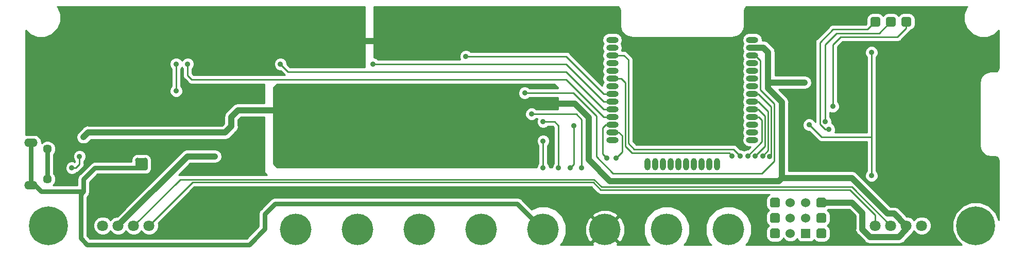
<source format=gtl>
G04 #@! TF.GenerationSoftware,KiCad,Pcbnew,no-vcs-found-67ccf76~61~ubuntu16.04.1*
G04 #@! TF.CreationDate,2018-03-09T22:51:14+05:30*
G04 #@! TF.ProjectId,k3jr_controller,6B336A725F636F6E74726F6C6C65722E,rev 1*
G04 #@! TF.SameCoordinates,Original*
G04 #@! TF.FileFunction,Copper,L1,Top,Signal*
G04 #@! TF.FilePolarity,Positive*
%FSLAX46Y46*%
G04 Gerber Fmt 4.6, Leading zero omitted, Abs format (unit mm)*
G04 Created by KiCad (PCBNEW no-vcs-found-67ccf76~61~ubuntu16.04.1) date Fri Mar  9 22:51:14 2018*
%MOMM*%
%LPD*%
G01*
G04 APERTURE LIST*
%ADD10O,2.200000X1.400000*%
%ADD11C,1.450000*%
%ADD12C,0.150000*%
%ADD13C,1.600000*%
%ADD14C,6.400000*%
%ADD15C,0.800000*%
%ADD16C,5.200000*%
%ADD17O,2.000000X1.000000*%
%ADD18O,1.000000X2.000000*%
%ADD19C,1.800000*%
%ADD20C,1.524000*%
%ADD21R,1.524000X1.524000*%
%ADD22C,0.900000*%
%ADD23C,0.762000*%
%ADD24C,0.254000*%
%ADD25C,0.508000*%
%ADD26C,1.016000*%
G04 APERTURE END LIST*
D10*
X52355000Y-73970000D03*
X52355000Y-80970000D03*
D11*
X55055000Y-74970000D03*
X55055000Y-79970000D03*
D12*
G36*
X191574207Y-53176926D02*
X191613036Y-53182686D01*
X191651114Y-53192224D01*
X191688073Y-53205448D01*
X191723559Y-53222231D01*
X191757228Y-53242412D01*
X191788757Y-53265796D01*
X191817843Y-53292157D01*
X191844204Y-53321243D01*
X191867588Y-53352772D01*
X191887769Y-53386441D01*
X191904552Y-53421927D01*
X191917776Y-53458886D01*
X191927314Y-53496964D01*
X191933074Y-53535793D01*
X191935000Y-53575000D01*
X191935000Y-54375000D01*
X191933074Y-54414207D01*
X191927314Y-54453036D01*
X191917776Y-54491114D01*
X191904552Y-54528073D01*
X191887769Y-54563559D01*
X191867588Y-54597228D01*
X191844204Y-54628757D01*
X191817843Y-54657843D01*
X191788757Y-54684204D01*
X191757228Y-54707588D01*
X191723559Y-54727769D01*
X191688073Y-54744552D01*
X191651114Y-54757776D01*
X191613036Y-54767314D01*
X191574207Y-54773074D01*
X191535000Y-54775000D01*
X190735000Y-54775000D01*
X190695793Y-54773074D01*
X190656964Y-54767314D01*
X190618886Y-54757776D01*
X190581927Y-54744552D01*
X190546441Y-54727769D01*
X190512772Y-54707588D01*
X190481243Y-54684204D01*
X190452157Y-54657843D01*
X190425796Y-54628757D01*
X190402412Y-54597228D01*
X190382231Y-54563559D01*
X190365448Y-54528073D01*
X190352224Y-54491114D01*
X190342686Y-54453036D01*
X190336926Y-54414207D01*
X190335000Y-54375000D01*
X190335000Y-53575000D01*
X190336926Y-53535793D01*
X190342686Y-53496964D01*
X190352224Y-53458886D01*
X190365448Y-53421927D01*
X190382231Y-53386441D01*
X190402412Y-53352772D01*
X190425796Y-53321243D01*
X190452157Y-53292157D01*
X190481243Y-53265796D01*
X190512772Y-53242412D01*
X190546441Y-53222231D01*
X190581927Y-53205448D01*
X190618886Y-53192224D01*
X190656964Y-53182686D01*
X190695793Y-53176926D01*
X190735000Y-53175000D01*
X191535000Y-53175000D01*
X191574207Y-53176926D01*
X191574207Y-53176926D01*
G37*
D13*
X191135000Y-53975000D03*
D14*
X55245000Y-87630000D03*
D15*
X57645000Y-87630000D03*
X56942056Y-89327056D03*
X55245000Y-90030000D03*
X53547944Y-89327056D03*
X52845000Y-87630000D03*
X53547944Y-85932944D03*
X55245000Y-85230000D03*
X56942056Y-85932944D03*
D14*
X207645000Y-87630000D03*
D15*
X210045000Y-87630000D03*
X209342056Y-89327056D03*
X207645000Y-90030000D03*
X205947944Y-89327056D03*
X205245000Y-87630000D03*
X205947944Y-85932944D03*
X207645000Y-85230000D03*
X209342056Y-85932944D03*
D16*
X95885000Y-88265000D03*
X106045000Y-88265000D03*
X116205000Y-88265000D03*
X167005000Y-88265000D03*
X156845000Y-88265000D03*
X126365000Y-88265000D03*
X146685000Y-88265000D03*
X136525000Y-88265000D03*
D15*
X69850000Y-78105000D03*
X71120000Y-78105000D03*
X71120000Y-76835000D03*
X69850000Y-76835000D03*
X70485000Y-77470000D03*
D17*
X170885000Y-56980000D03*
X170885000Y-58250000D03*
X170885000Y-59520000D03*
X170885000Y-60790000D03*
X170885000Y-62060000D03*
X170885000Y-63330000D03*
X170885000Y-64600000D03*
X170885000Y-65870000D03*
X170885000Y-67140000D03*
X170885000Y-68410000D03*
X170885000Y-69680000D03*
X170885000Y-70950000D03*
X170885000Y-72220000D03*
X170885000Y-73490000D03*
X147885000Y-58250000D03*
X147885000Y-67140000D03*
X147885000Y-68410000D03*
X147885000Y-60790000D03*
X147885000Y-56980000D03*
X147885000Y-69680000D03*
X147885000Y-63330000D03*
X147885000Y-73490000D03*
X147885000Y-72220000D03*
X147885000Y-65870000D03*
X147885000Y-64600000D03*
X147885000Y-62060000D03*
X147885000Y-70950000D03*
X147885000Y-59520000D03*
D18*
X165100000Y-77480000D03*
X163830000Y-77480000D03*
X162560000Y-77480000D03*
X161290000Y-77480000D03*
X160020000Y-77480000D03*
X157480000Y-77480000D03*
X156210000Y-77480000D03*
X154940000Y-77480000D03*
X153670000Y-77480000D03*
X158750000Y-77480000D03*
D19*
X198755000Y-87630000D03*
X196215000Y-87630000D03*
X193675000Y-87630000D03*
X191135000Y-87630000D03*
X71755000Y-87630000D03*
X69215000Y-87630000D03*
X66675000Y-87630000D03*
X64135000Y-87630000D03*
D12*
G36*
X194114207Y-53176926D02*
X194153036Y-53182686D01*
X194191114Y-53192224D01*
X194228073Y-53205448D01*
X194263559Y-53222231D01*
X194297228Y-53242412D01*
X194328757Y-53265796D01*
X194357843Y-53292157D01*
X194384204Y-53321243D01*
X194407588Y-53352772D01*
X194427769Y-53386441D01*
X194444552Y-53421927D01*
X194457776Y-53458886D01*
X194467314Y-53496964D01*
X194473074Y-53535793D01*
X194475000Y-53575000D01*
X194475000Y-54375000D01*
X194473074Y-54414207D01*
X194467314Y-54453036D01*
X194457776Y-54491114D01*
X194444552Y-54528073D01*
X194427769Y-54563559D01*
X194407588Y-54597228D01*
X194384204Y-54628757D01*
X194357843Y-54657843D01*
X194328757Y-54684204D01*
X194297228Y-54707588D01*
X194263559Y-54727769D01*
X194228073Y-54744552D01*
X194191114Y-54757776D01*
X194153036Y-54767314D01*
X194114207Y-54773074D01*
X194075000Y-54775000D01*
X193275000Y-54775000D01*
X193235793Y-54773074D01*
X193196964Y-54767314D01*
X193158886Y-54757776D01*
X193121927Y-54744552D01*
X193086441Y-54727769D01*
X193052772Y-54707588D01*
X193021243Y-54684204D01*
X192992157Y-54657843D01*
X192965796Y-54628757D01*
X192942412Y-54597228D01*
X192922231Y-54563559D01*
X192905448Y-54528073D01*
X192892224Y-54491114D01*
X192882686Y-54453036D01*
X192876926Y-54414207D01*
X192875000Y-54375000D01*
X192875000Y-53575000D01*
X192876926Y-53535793D01*
X192882686Y-53496964D01*
X192892224Y-53458886D01*
X192905448Y-53421927D01*
X192922231Y-53386441D01*
X192942412Y-53352772D01*
X192965796Y-53321243D01*
X192992157Y-53292157D01*
X193021243Y-53265796D01*
X193052772Y-53242412D01*
X193086441Y-53222231D01*
X193121927Y-53205448D01*
X193158886Y-53192224D01*
X193196964Y-53182686D01*
X193235793Y-53176926D01*
X193275000Y-53175000D01*
X194075000Y-53175000D01*
X194114207Y-53176926D01*
X194114207Y-53176926D01*
G37*
D13*
X193675000Y-53975000D03*
D12*
G36*
X196654207Y-53176926D02*
X196693036Y-53182686D01*
X196731114Y-53192224D01*
X196768073Y-53205448D01*
X196803559Y-53222231D01*
X196837228Y-53242412D01*
X196868757Y-53265796D01*
X196897843Y-53292157D01*
X196924204Y-53321243D01*
X196947588Y-53352772D01*
X196967769Y-53386441D01*
X196984552Y-53421927D01*
X196997776Y-53458886D01*
X197007314Y-53496964D01*
X197013074Y-53535793D01*
X197015000Y-53575000D01*
X197015000Y-54375000D01*
X197013074Y-54414207D01*
X197007314Y-54453036D01*
X196997776Y-54491114D01*
X196984552Y-54528073D01*
X196967769Y-54563559D01*
X196947588Y-54597228D01*
X196924204Y-54628757D01*
X196897843Y-54657843D01*
X196868757Y-54684204D01*
X196837228Y-54707588D01*
X196803559Y-54727769D01*
X196768073Y-54744552D01*
X196731114Y-54757776D01*
X196693036Y-54767314D01*
X196654207Y-54773074D01*
X196615000Y-54775000D01*
X195815000Y-54775000D01*
X195775793Y-54773074D01*
X195736964Y-54767314D01*
X195698886Y-54757776D01*
X195661927Y-54744552D01*
X195626441Y-54727769D01*
X195592772Y-54707588D01*
X195561243Y-54684204D01*
X195532157Y-54657843D01*
X195505796Y-54628757D01*
X195482412Y-54597228D01*
X195462231Y-54563559D01*
X195445448Y-54528073D01*
X195432224Y-54491114D01*
X195422686Y-54453036D01*
X195416926Y-54414207D01*
X195415000Y-54375000D01*
X195415000Y-53575000D01*
X195416926Y-53535793D01*
X195422686Y-53496964D01*
X195432224Y-53458886D01*
X195445448Y-53421927D01*
X195462231Y-53386441D01*
X195482412Y-53352772D01*
X195505796Y-53321243D01*
X195532157Y-53292157D01*
X195561243Y-53265796D01*
X195592772Y-53242412D01*
X195626441Y-53222231D01*
X195661927Y-53205448D01*
X195698886Y-53192224D01*
X195736964Y-53182686D01*
X195775793Y-53176926D01*
X195815000Y-53175000D01*
X196615000Y-53175000D01*
X196654207Y-53176926D01*
X196654207Y-53176926D01*
G37*
D13*
X196215000Y-53975000D03*
D12*
G36*
X175064207Y-83021926D02*
X175103036Y-83027686D01*
X175141114Y-83037224D01*
X175178073Y-83050448D01*
X175213559Y-83067231D01*
X175247228Y-83087412D01*
X175278757Y-83110796D01*
X175307843Y-83137157D01*
X175334204Y-83166243D01*
X175357588Y-83197772D01*
X175377769Y-83231441D01*
X175394552Y-83266927D01*
X175407776Y-83303886D01*
X175417314Y-83341964D01*
X175423074Y-83380793D01*
X175425000Y-83420000D01*
X175425000Y-84220000D01*
X175423074Y-84259207D01*
X175417314Y-84298036D01*
X175407776Y-84336114D01*
X175394552Y-84373073D01*
X175377769Y-84408559D01*
X175357588Y-84442228D01*
X175334204Y-84473757D01*
X175307843Y-84502843D01*
X175278757Y-84529204D01*
X175247228Y-84552588D01*
X175213559Y-84572769D01*
X175178073Y-84589552D01*
X175141114Y-84602776D01*
X175103036Y-84612314D01*
X175064207Y-84618074D01*
X175025000Y-84620000D01*
X174225000Y-84620000D01*
X174185793Y-84618074D01*
X174146964Y-84612314D01*
X174108886Y-84602776D01*
X174071927Y-84589552D01*
X174036441Y-84572769D01*
X174002772Y-84552588D01*
X173971243Y-84529204D01*
X173942157Y-84502843D01*
X173915796Y-84473757D01*
X173892412Y-84442228D01*
X173872231Y-84408559D01*
X173855448Y-84373073D01*
X173842224Y-84336114D01*
X173832686Y-84298036D01*
X173826926Y-84259207D01*
X173825000Y-84220000D01*
X173825000Y-83420000D01*
X173826926Y-83380793D01*
X173832686Y-83341964D01*
X173842224Y-83303886D01*
X173855448Y-83266927D01*
X173872231Y-83231441D01*
X173892412Y-83197772D01*
X173915796Y-83166243D01*
X173942157Y-83137157D01*
X173971243Y-83110796D01*
X174002772Y-83087412D01*
X174036441Y-83067231D01*
X174071927Y-83050448D01*
X174108886Y-83037224D01*
X174146964Y-83027686D01*
X174185793Y-83021926D01*
X174225000Y-83020000D01*
X175025000Y-83020000D01*
X175064207Y-83021926D01*
X175064207Y-83021926D01*
G37*
D13*
X174625000Y-83820000D03*
D12*
G36*
X182684207Y-83021926D02*
X182723036Y-83027686D01*
X182761114Y-83037224D01*
X182798073Y-83050448D01*
X182833559Y-83067231D01*
X182867228Y-83087412D01*
X182898757Y-83110796D01*
X182927843Y-83137157D01*
X182954204Y-83166243D01*
X182977588Y-83197772D01*
X182997769Y-83231441D01*
X183014552Y-83266927D01*
X183027776Y-83303886D01*
X183037314Y-83341964D01*
X183043074Y-83380793D01*
X183045000Y-83420000D01*
X183045000Y-84220000D01*
X183043074Y-84259207D01*
X183037314Y-84298036D01*
X183027776Y-84336114D01*
X183014552Y-84373073D01*
X182997769Y-84408559D01*
X182977588Y-84442228D01*
X182954204Y-84473757D01*
X182927843Y-84502843D01*
X182898757Y-84529204D01*
X182867228Y-84552588D01*
X182833559Y-84572769D01*
X182798073Y-84589552D01*
X182761114Y-84602776D01*
X182723036Y-84612314D01*
X182684207Y-84618074D01*
X182645000Y-84620000D01*
X181845000Y-84620000D01*
X181805793Y-84618074D01*
X181766964Y-84612314D01*
X181728886Y-84602776D01*
X181691927Y-84589552D01*
X181656441Y-84572769D01*
X181622772Y-84552588D01*
X181591243Y-84529204D01*
X181562157Y-84502843D01*
X181535796Y-84473757D01*
X181512412Y-84442228D01*
X181492231Y-84408559D01*
X181475448Y-84373073D01*
X181462224Y-84336114D01*
X181452686Y-84298036D01*
X181446926Y-84259207D01*
X181445000Y-84220000D01*
X181445000Y-83420000D01*
X181446926Y-83380793D01*
X181452686Y-83341964D01*
X181462224Y-83303886D01*
X181475448Y-83266927D01*
X181492231Y-83231441D01*
X181512412Y-83197772D01*
X181535796Y-83166243D01*
X181562157Y-83137157D01*
X181591243Y-83110796D01*
X181622772Y-83087412D01*
X181656441Y-83067231D01*
X181691927Y-83050448D01*
X181728886Y-83037224D01*
X181766964Y-83027686D01*
X181805793Y-83021926D01*
X181845000Y-83020000D01*
X182645000Y-83020000D01*
X182684207Y-83021926D01*
X182684207Y-83021926D01*
G37*
D13*
X182245000Y-83820000D03*
D12*
G36*
X175064207Y-85561926D02*
X175103036Y-85567686D01*
X175141114Y-85577224D01*
X175178073Y-85590448D01*
X175213559Y-85607231D01*
X175247228Y-85627412D01*
X175278757Y-85650796D01*
X175307843Y-85677157D01*
X175334204Y-85706243D01*
X175357588Y-85737772D01*
X175377769Y-85771441D01*
X175394552Y-85806927D01*
X175407776Y-85843886D01*
X175417314Y-85881964D01*
X175423074Y-85920793D01*
X175425000Y-85960000D01*
X175425000Y-86760000D01*
X175423074Y-86799207D01*
X175417314Y-86838036D01*
X175407776Y-86876114D01*
X175394552Y-86913073D01*
X175377769Y-86948559D01*
X175357588Y-86982228D01*
X175334204Y-87013757D01*
X175307843Y-87042843D01*
X175278757Y-87069204D01*
X175247228Y-87092588D01*
X175213559Y-87112769D01*
X175178073Y-87129552D01*
X175141114Y-87142776D01*
X175103036Y-87152314D01*
X175064207Y-87158074D01*
X175025000Y-87160000D01*
X174225000Y-87160000D01*
X174185793Y-87158074D01*
X174146964Y-87152314D01*
X174108886Y-87142776D01*
X174071927Y-87129552D01*
X174036441Y-87112769D01*
X174002772Y-87092588D01*
X173971243Y-87069204D01*
X173942157Y-87042843D01*
X173915796Y-87013757D01*
X173892412Y-86982228D01*
X173872231Y-86948559D01*
X173855448Y-86913073D01*
X173842224Y-86876114D01*
X173832686Y-86838036D01*
X173826926Y-86799207D01*
X173825000Y-86760000D01*
X173825000Y-85960000D01*
X173826926Y-85920793D01*
X173832686Y-85881964D01*
X173842224Y-85843886D01*
X173855448Y-85806927D01*
X173872231Y-85771441D01*
X173892412Y-85737772D01*
X173915796Y-85706243D01*
X173942157Y-85677157D01*
X173971243Y-85650796D01*
X174002772Y-85627412D01*
X174036441Y-85607231D01*
X174071927Y-85590448D01*
X174108886Y-85577224D01*
X174146964Y-85567686D01*
X174185793Y-85561926D01*
X174225000Y-85560000D01*
X175025000Y-85560000D01*
X175064207Y-85561926D01*
X175064207Y-85561926D01*
G37*
D13*
X174625000Y-86360000D03*
D20*
X177165000Y-88900000D03*
D21*
X179705000Y-88900000D03*
D20*
X177165000Y-86360000D03*
X179705000Y-86360000D03*
X177165000Y-83820000D03*
X179705000Y-83820000D03*
D12*
G36*
X182684207Y-85561926D02*
X182723036Y-85567686D01*
X182761114Y-85577224D01*
X182798073Y-85590448D01*
X182833559Y-85607231D01*
X182867228Y-85627412D01*
X182898757Y-85650796D01*
X182927843Y-85677157D01*
X182954204Y-85706243D01*
X182977588Y-85737772D01*
X182997769Y-85771441D01*
X183014552Y-85806927D01*
X183027776Y-85843886D01*
X183037314Y-85881964D01*
X183043074Y-85920793D01*
X183045000Y-85960000D01*
X183045000Y-86760000D01*
X183043074Y-86799207D01*
X183037314Y-86838036D01*
X183027776Y-86876114D01*
X183014552Y-86913073D01*
X182997769Y-86948559D01*
X182977588Y-86982228D01*
X182954204Y-87013757D01*
X182927843Y-87042843D01*
X182898757Y-87069204D01*
X182867228Y-87092588D01*
X182833559Y-87112769D01*
X182798073Y-87129552D01*
X182761114Y-87142776D01*
X182723036Y-87152314D01*
X182684207Y-87158074D01*
X182645000Y-87160000D01*
X181845000Y-87160000D01*
X181805793Y-87158074D01*
X181766964Y-87152314D01*
X181728886Y-87142776D01*
X181691927Y-87129552D01*
X181656441Y-87112769D01*
X181622772Y-87092588D01*
X181591243Y-87069204D01*
X181562157Y-87042843D01*
X181535796Y-87013757D01*
X181512412Y-86982228D01*
X181492231Y-86948559D01*
X181475448Y-86913073D01*
X181462224Y-86876114D01*
X181452686Y-86838036D01*
X181446926Y-86799207D01*
X181445000Y-86760000D01*
X181445000Y-85960000D01*
X181446926Y-85920793D01*
X181452686Y-85881964D01*
X181462224Y-85843886D01*
X181475448Y-85806927D01*
X181492231Y-85771441D01*
X181512412Y-85737772D01*
X181535796Y-85706243D01*
X181562157Y-85677157D01*
X181591243Y-85650796D01*
X181622772Y-85627412D01*
X181656441Y-85607231D01*
X181691927Y-85590448D01*
X181728886Y-85577224D01*
X181766964Y-85567686D01*
X181805793Y-85561926D01*
X181845000Y-85560000D01*
X182645000Y-85560000D01*
X182684207Y-85561926D01*
X182684207Y-85561926D01*
G37*
D13*
X182245000Y-86360000D03*
D12*
G36*
X175064207Y-88101926D02*
X175103036Y-88107686D01*
X175141114Y-88117224D01*
X175178073Y-88130448D01*
X175213559Y-88147231D01*
X175247228Y-88167412D01*
X175278757Y-88190796D01*
X175307843Y-88217157D01*
X175334204Y-88246243D01*
X175357588Y-88277772D01*
X175377769Y-88311441D01*
X175394552Y-88346927D01*
X175407776Y-88383886D01*
X175417314Y-88421964D01*
X175423074Y-88460793D01*
X175425000Y-88500000D01*
X175425000Y-89300000D01*
X175423074Y-89339207D01*
X175417314Y-89378036D01*
X175407776Y-89416114D01*
X175394552Y-89453073D01*
X175377769Y-89488559D01*
X175357588Y-89522228D01*
X175334204Y-89553757D01*
X175307843Y-89582843D01*
X175278757Y-89609204D01*
X175247228Y-89632588D01*
X175213559Y-89652769D01*
X175178073Y-89669552D01*
X175141114Y-89682776D01*
X175103036Y-89692314D01*
X175064207Y-89698074D01*
X175025000Y-89700000D01*
X174225000Y-89700000D01*
X174185793Y-89698074D01*
X174146964Y-89692314D01*
X174108886Y-89682776D01*
X174071927Y-89669552D01*
X174036441Y-89652769D01*
X174002772Y-89632588D01*
X173971243Y-89609204D01*
X173942157Y-89582843D01*
X173915796Y-89553757D01*
X173892412Y-89522228D01*
X173872231Y-89488559D01*
X173855448Y-89453073D01*
X173842224Y-89416114D01*
X173832686Y-89378036D01*
X173826926Y-89339207D01*
X173825000Y-89300000D01*
X173825000Y-88500000D01*
X173826926Y-88460793D01*
X173832686Y-88421964D01*
X173842224Y-88383886D01*
X173855448Y-88346927D01*
X173872231Y-88311441D01*
X173892412Y-88277772D01*
X173915796Y-88246243D01*
X173942157Y-88217157D01*
X173971243Y-88190796D01*
X174002772Y-88167412D01*
X174036441Y-88147231D01*
X174071927Y-88130448D01*
X174108886Y-88117224D01*
X174146964Y-88107686D01*
X174185793Y-88101926D01*
X174225000Y-88100000D01*
X175025000Y-88100000D01*
X175064207Y-88101926D01*
X175064207Y-88101926D01*
G37*
D13*
X174625000Y-88900000D03*
D12*
G36*
X182684207Y-88101926D02*
X182723036Y-88107686D01*
X182761114Y-88117224D01*
X182798073Y-88130448D01*
X182833559Y-88147231D01*
X182867228Y-88167412D01*
X182898757Y-88190796D01*
X182927843Y-88217157D01*
X182954204Y-88246243D01*
X182977588Y-88277772D01*
X182997769Y-88311441D01*
X183014552Y-88346927D01*
X183027776Y-88383886D01*
X183037314Y-88421964D01*
X183043074Y-88460793D01*
X183045000Y-88500000D01*
X183045000Y-89300000D01*
X183043074Y-89339207D01*
X183037314Y-89378036D01*
X183027776Y-89416114D01*
X183014552Y-89453073D01*
X182997769Y-89488559D01*
X182977588Y-89522228D01*
X182954204Y-89553757D01*
X182927843Y-89582843D01*
X182898757Y-89609204D01*
X182867228Y-89632588D01*
X182833559Y-89652769D01*
X182798073Y-89669552D01*
X182761114Y-89682776D01*
X182723036Y-89692314D01*
X182684207Y-89698074D01*
X182645000Y-89700000D01*
X181845000Y-89700000D01*
X181805793Y-89698074D01*
X181766964Y-89692314D01*
X181728886Y-89682776D01*
X181691927Y-89669552D01*
X181656441Y-89652769D01*
X181622772Y-89632588D01*
X181591243Y-89609204D01*
X181562157Y-89582843D01*
X181535796Y-89553757D01*
X181512412Y-89522228D01*
X181492231Y-89488559D01*
X181475448Y-89453073D01*
X181462224Y-89416114D01*
X181452686Y-89378036D01*
X181446926Y-89339207D01*
X181445000Y-89300000D01*
X181445000Y-88500000D01*
X181446926Y-88460793D01*
X181452686Y-88421964D01*
X181462224Y-88383886D01*
X181475448Y-88346927D01*
X181492231Y-88311441D01*
X181512412Y-88277772D01*
X181535796Y-88246243D01*
X181562157Y-88217157D01*
X181591243Y-88190796D01*
X181622772Y-88167412D01*
X181656441Y-88147231D01*
X181691927Y-88130448D01*
X181728886Y-88117224D01*
X181766964Y-88107686D01*
X181805793Y-88101926D01*
X181845000Y-88100000D01*
X182645000Y-88100000D01*
X182684207Y-88101926D01*
X182684207Y-88101926D01*
G37*
D13*
X182245000Y-88900000D03*
D22*
X168900000Y-76100000D03*
X167600000Y-76100000D03*
X180250000Y-71000000D03*
X86995000Y-73025000D03*
X86995000Y-71755000D03*
X88265000Y-71755000D03*
X86995000Y-74295000D03*
X86995000Y-78105000D03*
X86995000Y-76835000D03*
X86995000Y-75565000D03*
X67310000Y-80010000D03*
X76200000Y-55880000D03*
X67310000Y-83185000D03*
X67310000Y-81280000D03*
X62230000Y-83185000D03*
X63500000Y-83185000D03*
X64770000Y-83185000D03*
X66040000Y-83185000D03*
X190500000Y-79375000D03*
X190500000Y-59055000D03*
X74295006Y-74295000D03*
X179500000Y-64000000D03*
X131445000Y-66675000D03*
X93980000Y-68580000D03*
X82550000Y-76200000D03*
X60960000Y-73025000D03*
X111125000Y-57150000D03*
X106045000Y-57150000D03*
X126365000Y-71120000D03*
X126365000Y-73025000D03*
X123825000Y-73025000D03*
X121285000Y-74295000D03*
X118745000Y-74295000D03*
X116205000Y-74295000D03*
X113665000Y-74295000D03*
X111125000Y-74295000D03*
X108585000Y-74295000D03*
X106045000Y-74295000D03*
X103505000Y-74295000D03*
X100965000Y-74295000D03*
X98425000Y-74295000D03*
X95885000Y-74295000D03*
X93980000Y-70485000D03*
X93980000Y-74295000D03*
X93980000Y-72390000D03*
X93980000Y-66675000D03*
X95885000Y-66675000D03*
X98425000Y-66675000D03*
X100965000Y-66675000D03*
X103505000Y-66675000D03*
X106045000Y-66675000D03*
X108585000Y-66675000D03*
X111125000Y-66675000D03*
X113665000Y-66675000D03*
X116205000Y-66675000D03*
X118745000Y-66675000D03*
X121285000Y-66675000D03*
X123825000Y-66675000D03*
X126365000Y-66675000D03*
X99060000Y-68580000D03*
X102870000Y-68580000D03*
X105410000Y-68580000D03*
X107950000Y-68580000D03*
X110490000Y-68580000D03*
X112395000Y-68580000D03*
X114300000Y-68580000D03*
X116205000Y-68580000D03*
X118110000Y-68580000D03*
X120015000Y-68580000D03*
X121920000Y-68580000D03*
X123825000Y-68580000D03*
X125730000Y-68580000D03*
X133500000Y-65749996D03*
X76200000Y-60960000D03*
X76200000Y-65405000D03*
X134620000Y-69215000D03*
X142875000Y-78105000D03*
X136525000Y-78105000D03*
X136525000Y-73660000D03*
X148500000Y-76500000D03*
X147000000Y-76500000D03*
X108585000Y-60960000D03*
X139065000Y-78105000D03*
X136525000Y-70485000D03*
X140970000Y-78105000D03*
X141605000Y-71120000D03*
X93345000Y-60960000D03*
X78105000Y-60960000D03*
X59054970Y-78105000D03*
X60325000Y-76200000D03*
X170200000Y-76100000D03*
X173719790Y-76199990D03*
X172619139Y-76124869D03*
X171400000Y-76100000D03*
X182880000Y-70485000D03*
X184150000Y-67945000D03*
X123825000Y-59690000D03*
X183515000Y-71755000D03*
D23*
X61556890Y-90766890D02*
X88233110Y-90766890D01*
X60500000Y-89710000D02*
X61556890Y-90766890D01*
X60500000Y-82460000D02*
X60500000Y-89710000D01*
X88233110Y-90766890D02*
X90805000Y-88195000D01*
X90805000Y-85695000D02*
X92500000Y-84000000D01*
X60960000Y-82000000D02*
X60500000Y-82460000D01*
X90805000Y-88195000D02*
X90805000Y-85695000D01*
X92500000Y-84000000D02*
X132260000Y-84000000D01*
X132260000Y-84000000D02*
X136525000Y-88265000D01*
X54000000Y-82000000D02*
X60960000Y-82000000D01*
X60960000Y-82000000D02*
X60960000Y-79970000D01*
X52970000Y-80970000D02*
X54000000Y-82000000D01*
X52355000Y-80970000D02*
X52970000Y-80970000D01*
X62865000Y-78105000D02*
X69850000Y-78105000D01*
X60960000Y-79970000D02*
X61000000Y-79970000D01*
X61000000Y-79970000D02*
X62865000Y-78105000D01*
X55055000Y-79970000D02*
X55055000Y-74970000D01*
X52355000Y-73970000D02*
X52355000Y-80970000D01*
D24*
X145972208Y-81722208D02*
X186972208Y-81722208D01*
X191135000Y-85885000D02*
X191135000Y-87630000D01*
X71755000Y-87630000D02*
X78885000Y-80500000D01*
X144750000Y-80500000D02*
X145972208Y-81722208D01*
X78885000Y-80500000D02*
X144750000Y-80500000D01*
X186972208Y-81722208D02*
X191135000Y-85885000D01*
X150500000Y-60250000D02*
X150500000Y-74000000D01*
X147885000Y-59520000D02*
X149770000Y-59520000D01*
X150500000Y-74000000D02*
X151500000Y-75000000D01*
X149770000Y-59520000D02*
X150500000Y-60250000D01*
X151500000Y-75000000D02*
X167800000Y-75000000D01*
X167800000Y-75000000D02*
X168900000Y-76100000D01*
X193675000Y-87630000D02*
X187295000Y-81250000D01*
X187295000Y-81250000D02*
X146146592Y-81250000D01*
X76845000Y-80000000D02*
X69215000Y-87630000D01*
X144896592Y-80000000D02*
X76845000Y-80000000D01*
X146146592Y-81250000D02*
X144896592Y-80000000D01*
X150000000Y-74500000D02*
X150000000Y-64000000D01*
X151150001Y-75650001D02*
X150000000Y-74500000D01*
X149330000Y-63330000D02*
X147885000Y-63330000D01*
X167150001Y-75650001D02*
X151150001Y-75650001D01*
X167600000Y-76100000D02*
X167150001Y-75650001D01*
X150000000Y-64000000D02*
X149330000Y-63330000D01*
X182250000Y-73000000D02*
X180250000Y-71000000D01*
X190500000Y-73000000D02*
X190500000Y-79375000D01*
X190500000Y-73000000D02*
X182250000Y-73000000D01*
X190500000Y-59055000D02*
X190500000Y-73000000D01*
D25*
X83220000Y-89500000D02*
X90220000Y-82500000D01*
X63465000Y-89500000D02*
X83220000Y-89500000D01*
X62230000Y-88265000D02*
X63465000Y-89500000D01*
X62230000Y-83185000D02*
X62230000Y-88265000D01*
X90220000Y-82500000D02*
X140920000Y-82500000D01*
X140920000Y-82500000D02*
X146685000Y-88265000D01*
D26*
X67310000Y-80010000D02*
X71740000Y-80010000D01*
X71740000Y-80010000D02*
X74295006Y-77454994D01*
X74295006Y-77454994D02*
X74295006Y-74295000D01*
X86995000Y-74295000D02*
X74295006Y-74295000D01*
D23*
X71120000Y-78105000D02*
X69850000Y-78105000D01*
X71120000Y-76835000D02*
X71120000Y-78105000D01*
X69850000Y-76835000D02*
X71120000Y-76835000D01*
X69850000Y-78105000D02*
X69850000Y-76835000D01*
D25*
X58420000Y-73660000D02*
X58420000Y-65405000D01*
X58420000Y-65405000D02*
X67945000Y-55880000D01*
X59055000Y-74295000D02*
X58420000Y-73660000D01*
X74295006Y-74295000D02*
X59055000Y-74295000D01*
X67945000Y-55880000D02*
X76200000Y-55880000D01*
D26*
X67310000Y-80010000D02*
X67310000Y-83185000D01*
X67310000Y-83185000D02*
X62230000Y-83185000D01*
X189000000Y-88250000D02*
X190250000Y-89500000D01*
X187320000Y-83820000D02*
X189000000Y-85500000D01*
X189000000Y-85500000D02*
X189000000Y-88250000D01*
X182245000Y-83820000D02*
X187320000Y-83820000D01*
X190250000Y-89500000D02*
X195000000Y-89500000D01*
X195000000Y-89500000D02*
X196215000Y-88285000D01*
X196215000Y-88285000D02*
X196215000Y-87630000D01*
X141750000Y-67500000D02*
X144000000Y-69750000D01*
X131445000Y-67311396D02*
X131633604Y-67500000D01*
X175250000Y-80250000D02*
X175750000Y-79750000D01*
X131633604Y-67500000D02*
X141750000Y-67500000D01*
X131445000Y-66675000D02*
X131445000Y-67311396D01*
X144000000Y-69750000D02*
X144000000Y-76750000D01*
X144000000Y-76750000D02*
X147500000Y-80250000D01*
X147500000Y-80250000D02*
X175250000Y-80250000D01*
X173500000Y-59000000D02*
X173500000Y-64000000D01*
X173500000Y-65000000D02*
X173500000Y-64000000D01*
X85250000Y-71250000D02*
X84250000Y-72250000D01*
X85250000Y-69690000D02*
X85250000Y-71250000D01*
X86360000Y-68580000D02*
X85250000Y-69690000D01*
X93980000Y-68580000D02*
X86360000Y-68580000D01*
X84250000Y-72250000D02*
X61735000Y-72250000D01*
X61735000Y-72250000D02*
X60960000Y-73025000D01*
X82550000Y-76200000D02*
X78050000Y-76200000D01*
X78050000Y-76200000D02*
X66675000Y-87575000D01*
X66675000Y-87575000D02*
X66675000Y-87630000D01*
X187250000Y-79750000D02*
X175750000Y-79750000D01*
X196215000Y-87630000D02*
X194250000Y-85665000D01*
X193165000Y-85665000D02*
X187250000Y-79750000D01*
X194250000Y-85665000D02*
X193165000Y-85665000D01*
X175750000Y-67250000D02*
X175750000Y-79750000D01*
X179500000Y-64000000D02*
X173500000Y-64000000D01*
X173500000Y-65000000D02*
X175750000Y-67250000D01*
X172750000Y-58250000D02*
X173500000Y-59000000D01*
X170885000Y-58250000D02*
X172750000Y-58250000D01*
X93980000Y-66675000D02*
X131445000Y-66675000D01*
X121285000Y-74295000D02*
X93980000Y-74295000D01*
X122555000Y-73025000D02*
X121285000Y-74295000D01*
X126365000Y-73025000D02*
X122555000Y-73025000D01*
X126365000Y-71120000D02*
X126365000Y-73025000D01*
X93980000Y-69215000D02*
X93980000Y-68580000D01*
X93980000Y-69215000D02*
X93980000Y-66675000D01*
X93980000Y-74295000D02*
X93980000Y-69215000D01*
X106045000Y-57150000D02*
X111125000Y-57150000D01*
D23*
X69850000Y-76835000D02*
X70485000Y-77470000D01*
X71120000Y-76835000D02*
X70485000Y-77470000D01*
X71120000Y-78105000D02*
X70485000Y-77470000D01*
X69850000Y-78105000D02*
X70485000Y-77470000D01*
D24*
X172250000Y-65250000D02*
X174500000Y-67500000D01*
X174500000Y-77000000D02*
X172500000Y-79000000D01*
X171385000Y-59520000D02*
X172250000Y-60385000D01*
X174500000Y-67500000D02*
X174500000Y-77000000D01*
X141499996Y-65749996D02*
X133500000Y-65749996D01*
X172250000Y-60385000D02*
X172250000Y-65250000D01*
X145250000Y-69500000D02*
X141499996Y-65749996D01*
X172500000Y-79000000D02*
X148000000Y-79000000D01*
X170885000Y-59520000D02*
X171385000Y-59520000D01*
X148000000Y-79000000D02*
X145250000Y-76250000D01*
X145250000Y-76250000D02*
X145250000Y-69500000D01*
X76200000Y-65405000D02*
X76200000Y-60960000D01*
X134620000Y-69215000D02*
X141965000Y-69215000D01*
X141965000Y-69215000D02*
X142875000Y-70125000D01*
X142875000Y-70125000D02*
X142875000Y-78105000D01*
X136525000Y-73660000D02*
X136525000Y-78105000D01*
X149500000Y-75500000D02*
X148500000Y-76500000D01*
X149500000Y-72750000D02*
X149500000Y-75500000D01*
X148970000Y-72220000D02*
X149500000Y-72750000D01*
X147885000Y-72220000D02*
X148970000Y-72220000D01*
X146300001Y-75800001D02*
X147000000Y-76500000D01*
X146300001Y-71449999D02*
X146300001Y-75800001D01*
X146800000Y-70950000D02*
X146300001Y-71449999D01*
X147885000Y-70950000D02*
X146800000Y-70950000D01*
X147885000Y-65870000D02*
X146514978Y-65870000D01*
X146514978Y-65870000D02*
X140334978Y-59690000D01*
X140334978Y-59690000D02*
X123825000Y-59690000D01*
X147885000Y-67140000D02*
X146515000Y-67140000D01*
X146515000Y-67140000D02*
X140335000Y-60960000D01*
X140335000Y-60960000D02*
X108585000Y-60960000D01*
X138430000Y-70485000D02*
X136525000Y-70485000D01*
X139065000Y-71120000D02*
X138430000Y-70485000D01*
X139065000Y-78105000D02*
X139065000Y-71120000D01*
X141605000Y-77470000D02*
X140970000Y-78105000D01*
X141605000Y-71120000D02*
X141605000Y-77470000D01*
X147885000Y-68410000D02*
X146515000Y-68410000D01*
X146515000Y-68410000D02*
X140335000Y-62230000D01*
X140335000Y-62230000D02*
X94615000Y-62230000D01*
X94615000Y-62230000D02*
X93345000Y-60960000D01*
X78740000Y-63500000D02*
X78105000Y-62865000D01*
X140335000Y-63500000D02*
X78740000Y-63500000D01*
X146515000Y-69680000D02*
X140335000Y-63500000D01*
X147885000Y-69680000D02*
X146515000Y-69680000D01*
X78105000Y-62865000D02*
X78105000Y-60960000D01*
X60325000Y-76200000D02*
X60325000Y-77470000D01*
X59690000Y-78105000D02*
X59054970Y-78105000D01*
X60325000Y-77470000D02*
X59690000Y-78105000D01*
X172500000Y-73800000D02*
X170200000Y-76100000D01*
X171930000Y-69680000D02*
X172500000Y-70250000D01*
X172500000Y-70250000D02*
X172500000Y-73800000D01*
X170885000Y-69680000D02*
X171930000Y-69680000D01*
X170885000Y-65870000D02*
X171870000Y-65870000D01*
X171870000Y-65870000D02*
X174000000Y-68000000D01*
X174000000Y-68000000D02*
X174000000Y-75919780D01*
X174000000Y-75919780D02*
X173719790Y-76199990D01*
X173500000Y-75244008D02*
X172619139Y-76124869D01*
X173500000Y-68750000D02*
X173500000Y-75244008D01*
X171890000Y-67140000D02*
X173500000Y-68750000D01*
X170885000Y-67140000D02*
X171890000Y-67140000D01*
X173000000Y-74500000D02*
X171400000Y-76100000D01*
X173000000Y-69500000D02*
X173000000Y-74500000D01*
X171910000Y-68410000D02*
X173000000Y-69500000D01*
X170885000Y-68410000D02*
X171910000Y-68410000D01*
X182000000Y-57395000D02*
X182000000Y-70875000D01*
X182880000Y-71755000D02*
X183515000Y-71755000D01*
X189860000Y-55250000D02*
X184145000Y-55250000D01*
X184145000Y-55250000D02*
X182000000Y-57395000D01*
X191135000Y-53975000D02*
X189860000Y-55250000D01*
X182000000Y-70875000D02*
X182880000Y-71755000D01*
X182880000Y-70485000D02*
X182880000Y-57785000D01*
X193675000Y-53975000D02*
X191770000Y-55880000D01*
X191770000Y-55880000D02*
X184785000Y-55880000D01*
X184785000Y-55880000D02*
X182880000Y-57785000D01*
X194750000Y-56500000D02*
X196215000Y-55035000D01*
X185435000Y-56500000D02*
X194750000Y-56500000D01*
X184150000Y-57785000D02*
X185435000Y-56500000D01*
X184150000Y-67945000D02*
X184150000Y-57785000D01*
X196215000Y-55035000D02*
X196215000Y-53975000D01*
G36*
X138938000Y-64822606D02*
X138938000Y-64987996D01*
X134272421Y-64987996D01*
X134114603Y-64830178D01*
X133715820Y-64664996D01*
X133284180Y-64664996D01*
X132885397Y-64830178D01*
X132580182Y-65135393D01*
X132415000Y-65534176D01*
X132415000Y-65965816D01*
X132580182Y-66364599D01*
X132885397Y-66669814D01*
X133284180Y-66834996D01*
X133715820Y-66834996D01*
X134114603Y-66669814D01*
X134272421Y-66511996D01*
X138938000Y-66511996D01*
X138938000Y-68453000D01*
X135392421Y-68453000D01*
X135234603Y-68295182D01*
X134835820Y-68130000D01*
X134404180Y-68130000D01*
X134005397Y-68295182D01*
X133700182Y-68600397D01*
X133535000Y-68999180D01*
X133535000Y-69430820D01*
X133700182Y-69829603D01*
X134005397Y-70134818D01*
X134404180Y-70300000D01*
X134835820Y-70300000D01*
X135234603Y-70134818D01*
X135392421Y-69977000D01*
X135561025Y-69977000D01*
X135440000Y-70269180D01*
X135440000Y-70700820D01*
X135605182Y-71099603D01*
X135910397Y-71404818D01*
X136309180Y-71570000D01*
X136740820Y-71570000D01*
X137139603Y-71404818D01*
X137297421Y-71247000D01*
X138114370Y-71247000D01*
X138303001Y-71435632D01*
X138303000Y-77332579D01*
X138145182Y-77490397D01*
X137980000Y-77889180D01*
X137980000Y-77978000D01*
X137610000Y-77978000D01*
X137610000Y-77889180D01*
X137444818Y-77490397D01*
X137287000Y-77332579D01*
X137287000Y-74432421D01*
X137444818Y-74274603D01*
X137610000Y-73875820D01*
X137610000Y-73444180D01*
X137444818Y-73045397D01*
X137139603Y-72740182D01*
X136740820Y-72575000D01*
X136309180Y-72575000D01*
X135910397Y-72740182D01*
X135605182Y-73045397D01*
X135440000Y-73444180D01*
X135440000Y-73875820D01*
X135605182Y-74274603D01*
X135763000Y-74432421D01*
X135763001Y-77332578D01*
X135605182Y-77490397D01*
X135440000Y-77889180D01*
X135440000Y-77978000D01*
X92762606Y-77978000D01*
X92202000Y-77417394D01*
X92202000Y-64822606D01*
X92762606Y-64262000D01*
X138377394Y-64262000D01*
X138938000Y-64822606D01*
X138938000Y-64822606D01*
G37*
X138938000Y-64822606D02*
X138938000Y-64987996D01*
X134272421Y-64987996D01*
X134114603Y-64830178D01*
X133715820Y-64664996D01*
X133284180Y-64664996D01*
X132885397Y-64830178D01*
X132580182Y-65135393D01*
X132415000Y-65534176D01*
X132415000Y-65965816D01*
X132580182Y-66364599D01*
X132885397Y-66669814D01*
X133284180Y-66834996D01*
X133715820Y-66834996D01*
X134114603Y-66669814D01*
X134272421Y-66511996D01*
X138938000Y-66511996D01*
X138938000Y-68453000D01*
X135392421Y-68453000D01*
X135234603Y-68295182D01*
X134835820Y-68130000D01*
X134404180Y-68130000D01*
X134005397Y-68295182D01*
X133700182Y-68600397D01*
X133535000Y-68999180D01*
X133535000Y-69430820D01*
X133700182Y-69829603D01*
X134005397Y-70134818D01*
X134404180Y-70300000D01*
X134835820Y-70300000D01*
X135234603Y-70134818D01*
X135392421Y-69977000D01*
X135561025Y-69977000D01*
X135440000Y-70269180D01*
X135440000Y-70700820D01*
X135605182Y-71099603D01*
X135910397Y-71404818D01*
X136309180Y-71570000D01*
X136740820Y-71570000D01*
X137139603Y-71404818D01*
X137297421Y-71247000D01*
X138114370Y-71247000D01*
X138303001Y-71435632D01*
X138303000Y-77332579D01*
X138145182Y-77490397D01*
X137980000Y-77889180D01*
X137980000Y-77978000D01*
X137610000Y-77978000D01*
X137610000Y-77889180D01*
X137444818Y-77490397D01*
X137287000Y-77332579D01*
X137287000Y-74432421D01*
X137444818Y-74274603D01*
X137610000Y-73875820D01*
X137610000Y-73444180D01*
X137444818Y-73045397D01*
X137139603Y-72740182D01*
X136740820Y-72575000D01*
X136309180Y-72575000D01*
X135910397Y-72740182D01*
X135605182Y-73045397D01*
X135440000Y-73444180D01*
X135440000Y-73875820D01*
X135605182Y-74274603D01*
X135763000Y-74432421D01*
X135763001Y-77332578D01*
X135605182Y-77490397D01*
X135440000Y-77889180D01*
X135440000Y-77978000D01*
X92762606Y-77978000D01*
X92202000Y-77417394D01*
X92202000Y-64822606D01*
X92762606Y-64262000D01*
X138377394Y-64262000D01*
X138938000Y-64822606D01*
G36*
X107188000Y-61468000D02*
X94930631Y-61468000D01*
X94430000Y-60967370D01*
X94430000Y-60744180D01*
X94264818Y-60345397D01*
X93959603Y-60040182D01*
X93560820Y-59875000D01*
X93129180Y-59875000D01*
X92730397Y-60040182D01*
X92425182Y-60345397D01*
X92260000Y-60744180D01*
X92260000Y-61175820D01*
X92425182Y-61574603D01*
X92730397Y-61879818D01*
X93129180Y-62045000D01*
X93352370Y-62045000D01*
X94023117Y-62715748D01*
X94037986Y-62738000D01*
X79055631Y-62738000D01*
X78867000Y-62549370D01*
X78867000Y-61732421D01*
X79024818Y-61574603D01*
X79190000Y-61175820D01*
X79190000Y-60744180D01*
X79024818Y-60345397D01*
X78719603Y-60040182D01*
X78320820Y-59875000D01*
X77889180Y-59875000D01*
X77490397Y-60040182D01*
X77185182Y-60345397D01*
X77152500Y-60424298D01*
X77119818Y-60345397D01*
X76814603Y-60040182D01*
X76415820Y-59875000D01*
X75984180Y-59875000D01*
X75585397Y-60040182D01*
X75280182Y-60345397D01*
X75115000Y-60744180D01*
X75115000Y-61175820D01*
X75280182Y-61574603D01*
X75438001Y-61732422D01*
X75438000Y-64632579D01*
X75280182Y-64790397D01*
X75115000Y-65189180D01*
X75115000Y-65620820D01*
X75280182Y-66019603D01*
X75585397Y-66324818D01*
X75984180Y-66490000D01*
X76415820Y-66490000D01*
X76814603Y-66324818D01*
X77119818Y-66019603D01*
X77285000Y-65620820D01*
X77285000Y-65189180D01*
X77119818Y-64790397D01*
X76962000Y-64632579D01*
X76962000Y-61732421D01*
X77119818Y-61574603D01*
X77152500Y-61495702D01*
X77185182Y-61574603D01*
X77343001Y-61732422D01*
X77343000Y-62789957D01*
X77328073Y-62865000D01*
X77343000Y-62940043D01*
X77343000Y-62940047D01*
X77387212Y-63162316D01*
X77555629Y-63414371D01*
X77619253Y-63456883D01*
X78148117Y-63985748D01*
X78190629Y-64049371D01*
X78442683Y-64217788D01*
X78664952Y-64262000D01*
X78664953Y-64262000D01*
X78740000Y-64276928D01*
X78815047Y-64262000D01*
X90678000Y-64262000D01*
X90678000Y-67437000D01*
X86472570Y-67437000D01*
X86359999Y-67414608D01*
X86247428Y-67437000D01*
X85914024Y-67503318D01*
X85535943Y-67755943D01*
X85472174Y-67851380D01*
X84521382Y-68802173D01*
X84425943Y-68865943D01*
X84173318Y-69244025D01*
X84128809Y-69467787D01*
X84084608Y-69690000D01*
X84107000Y-69802571D01*
X84107000Y-70776554D01*
X83776555Y-71107000D01*
X61847572Y-71107000D01*
X61735000Y-71084608D01*
X61289023Y-71173318D01*
X61225415Y-71215820D01*
X60910943Y-71425943D01*
X60847176Y-71521378D01*
X60072177Y-72296378D01*
X59883319Y-72579024D01*
X59794608Y-73025000D01*
X59883319Y-73470976D01*
X60135944Y-73849056D01*
X60514024Y-74101681D01*
X60960000Y-74190392D01*
X61405976Y-74101681D01*
X61688622Y-73912823D01*
X62208446Y-73393000D01*
X84137429Y-73393000D01*
X84250000Y-73415392D01*
X84362571Y-73393000D01*
X84362572Y-73393000D01*
X84695976Y-73326682D01*
X85074057Y-73074057D01*
X85137827Y-72978618D01*
X85978620Y-72137826D01*
X86074057Y-72074057D01*
X86292378Y-71747316D01*
X86326682Y-71695977D01*
X86415392Y-71250000D01*
X86393000Y-71137428D01*
X86393000Y-70163445D01*
X86833446Y-69723000D01*
X90678000Y-69723000D01*
X90678000Y-78740000D01*
X90687667Y-78788601D01*
X90715197Y-78829803D01*
X91123394Y-79238000D01*
X76920042Y-79238000D01*
X76844999Y-79223073D01*
X76769956Y-79238000D01*
X76769952Y-79238000D01*
X76593309Y-79273136D01*
X78523446Y-77343000D01*
X82662572Y-77343000D01*
X82995976Y-77276682D01*
X83374057Y-77024057D01*
X83626682Y-76645976D01*
X83715392Y-76200000D01*
X83626682Y-75754024D01*
X83374057Y-75375943D01*
X82995976Y-75123318D01*
X82662572Y-75057000D01*
X78162570Y-75057000D01*
X78049999Y-75034608D01*
X77937428Y-75057000D01*
X77604024Y-75123318D01*
X77225943Y-75375943D01*
X77162175Y-75471379D01*
X66538555Y-86095000D01*
X66369670Y-86095000D01*
X65805493Y-86328690D01*
X65405000Y-86729183D01*
X65004507Y-86328690D01*
X64440330Y-86095000D01*
X63829670Y-86095000D01*
X63265493Y-86328690D01*
X62833690Y-86760493D01*
X62600000Y-87324670D01*
X62600000Y-87935330D01*
X62833690Y-88499507D01*
X63265493Y-88931310D01*
X63829670Y-89165000D01*
X64440330Y-89165000D01*
X65004507Y-88931310D01*
X65405000Y-88530817D01*
X65805493Y-88931310D01*
X66369670Y-89165000D01*
X66980330Y-89165000D01*
X67544507Y-88931310D01*
X67945000Y-88530817D01*
X68345493Y-88931310D01*
X68909670Y-89165000D01*
X69520330Y-89165000D01*
X70084507Y-88931310D01*
X70485000Y-88530817D01*
X70885493Y-88931310D01*
X71449670Y-89165000D01*
X72060330Y-89165000D01*
X72624507Y-88931310D01*
X73056310Y-88499507D01*
X73290000Y-87935330D01*
X73290000Y-87324670D01*
X73245469Y-87217162D01*
X79200631Y-81262000D01*
X144434370Y-81262000D01*
X145380325Y-82207956D01*
X145422837Y-82271579D01*
X145674891Y-82439996D01*
X145897160Y-82484208D01*
X145897164Y-82484208D01*
X145972207Y-82499135D01*
X146047250Y-82484208D01*
X173776396Y-82484208D01*
X173484348Y-82679348D01*
X173257292Y-83019162D01*
X173177560Y-83420000D01*
X173177560Y-84220000D01*
X173257292Y-84620838D01*
X173484348Y-84960652D01*
X173677931Y-85090000D01*
X173484348Y-85219348D01*
X173257292Y-85559162D01*
X173177560Y-85960000D01*
X173177560Y-86760000D01*
X173257292Y-87160838D01*
X173484348Y-87500652D01*
X173677931Y-87630000D01*
X173484348Y-87759348D01*
X173257292Y-88099162D01*
X173177560Y-88500000D01*
X173177560Y-89300000D01*
X173257292Y-89700838D01*
X173484348Y-90040652D01*
X173824162Y-90267708D01*
X174225000Y-90347440D01*
X175025000Y-90347440D01*
X175425838Y-90267708D01*
X175765652Y-90040652D01*
X175991696Y-89702353D01*
X176373663Y-90084320D01*
X176887119Y-90297000D01*
X177442881Y-90297000D01*
X177956337Y-90084320D01*
X178309347Y-89731310D01*
X178344843Y-89909765D01*
X178485191Y-90119809D01*
X178695235Y-90260157D01*
X178943000Y-90309440D01*
X180467000Y-90309440D01*
X180714765Y-90260157D01*
X180924809Y-90119809D01*
X181041025Y-89945882D01*
X181104348Y-90040652D01*
X181444162Y-90267708D01*
X181845000Y-90347440D01*
X182645000Y-90347440D01*
X183045838Y-90267708D01*
X183385652Y-90040652D01*
X183612708Y-89700838D01*
X183692440Y-89300000D01*
X183692440Y-88500000D01*
X183612708Y-88099162D01*
X183385652Y-87759348D01*
X183192069Y-87630000D01*
X183385652Y-87500652D01*
X183612708Y-87160838D01*
X183692440Y-86760000D01*
X183692440Y-85960000D01*
X183612708Y-85559162D01*
X183385652Y-85219348D01*
X183192069Y-85090000D01*
X183382138Y-84963000D01*
X186846555Y-84963000D01*
X187857000Y-85973446D01*
X187857001Y-88137424D01*
X187834608Y-88250000D01*
X187918967Y-88674096D01*
X187923319Y-88695976D01*
X188175944Y-89074057D01*
X188271380Y-89137825D01*
X189362174Y-90228620D01*
X189425943Y-90324057D01*
X189804024Y-90576682D01*
X190137428Y-90643000D01*
X190137429Y-90643000D01*
X190250000Y-90665392D01*
X190362571Y-90643000D01*
X194887429Y-90643000D01*
X195000000Y-90665392D01*
X195112571Y-90643000D01*
X195112572Y-90643000D01*
X195445976Y-90576682D01*
X195824057Y-90324057D01*
X195887827Y-90228618D01*
X196943621Y-89172825D01*
X197039057Y-89109057D01*
X197291682Y-88730976D01*
X197293381Y-88722436D01*
X197485000Y-88530817D01*
X197885493Y-88931310D01*
X198449670Y-89165000D01*
X199060330Y-89165000D01*
X199624507Y-88931310D01*
X200056310Y-88499507D01*
X200290000Y-87935330D01*
X200290000Y-87324670D01*
X200056310Y-86760493D01*
X199624507Y-86328690D01*
X199060330Y-86095000D01*
X198449670Y-86095000D01*
X197885493Y-86328690D01*
X197485000Y-86729183D01*
X197084507Y-86328690D01*
X196520330Y-86095000D01*
X196296446Y-86095000D01*
X195137827Y-84936382D01*
X195074057Y-84840943D01*
X194695976Y-84588318D01*
X194362572Y-84522000D01*
X194362571Y-84522000D01*
X194250000Y-84499608D01*
X194137429Y-84522000D01*
X193638446Y-84522000D01*
X188137827Y-79021382D01*
X188074057Y-78925943D01*
X187695976Y-78673318D01*
X187362572Y-78607000D01*
X187362571Y-78607000D01*
X187250000Y-78584608D01*
X187137429Y-78607000D01*
X176893000Y-78607000D01*
X176893000Y-70784180D01*
X179165000Y-70784180D01*
X179165000Y-71215820D01*
X179330182Y-71614603D01*
X179635397Y-71919818D01*
X180034180Y-72085000D01*
X180257370Y-72085000D01*
X181658118Y-73485749D01*
X181700629Y-73549371D01*
X181952683Y-73717788D01*
X182174952Y-73762000D01*
X182174956Y-73762000D01*
X182249999Y-73776927D01*
X182325042Y-73762000D01*
X189738000Y-73762000D01*
X189738001Y-78602578D01*
X189580182Y-78760397D01*
X189415000Y-79159180D01*
X189415000Y-79590820D01*
X189580182Y-79989603D01*
X189885397Y-80294818D01*
X190284180Y-80460000D01*
X190715820Y-80460000D01*
X191114603Y-80294818D01*
X191419818Y-79989603D01*
X191585000Y-79590820D01*
X191585000Y-79159180D01*
X191419818Y-78760397D01*
X191262000Y-78602579D01*
X191262000Y-73075048D01*
X191276928Y-73000000D01*
X191262000Y-72924952D01*
X191262000Y-59827421D01*
X191419818Y-59669603D01*
X191585000Y-59270820D01*
X191585000Y-58839180D01*
X191419818Y-58440397D01*
X191114603Y-58135182D01*
X190715820Y-57970000D01*
X190284180Y-57970000D01*
X189885397Y-58135182D01*
X189580182Y-58440397D01*
X189415000Y-58839180D01*
X189415000Y-59270820D01*
X189580182Y-59669603D01*
X189738000Y-59827421D01*
X189738001Y-72238000D01*
X184489330Y-72238000D01*
X184600000Y-71970820D01*
X184600000Y-71539180D01*
X184434818Y-71140397D01*
X184129603Y-70835182D01*
X183941601Y-70757309D01*
X183965000Y-70700820D01*
X183965000Y-70269180D01*
X183799818Y-69870397D01*
X183642000Y-69712579D01*
X183642000Y-68908975D01*
X183934180Y-69030000D01*
X184365820Y-69030000D01*
X184764603Y-68864818D01*
X185069818Y-68559603D01*
X185235000Y-68160820D01*
X185235000Y-67729180D01*
X185069818Y-67330397D01*
X184912000Y-67172579D01*
X184912000Y-58100630D01*
X185750631Y-57262000D01*
X194674957Y-57262000D01*
X194750000Y-57276927D01*
X194825043Y-57262000D01*
X194825048Y-57262000D01*
X195047317Y-57217788D01*
X195299371Y-57049371D01*
X195341883Y-56985747D01*
X196700750Y-55626881D01*
X196764371Y-55584371D01*
X196912051Y-55363353D01*
X197015838Y-55342708D01*
X197355652Y-55115652D01*
X197582708Y-54775838D01*
X197662440Y-54375000D01*
X197662440Y-53575000D01*
X197582708Y-53174162D01*
X197355652Y-52834348D01*
X197015838Y-52607292D01*
X196615000Y-52527560D01*
X195815000Y-52527560D01*
X195414162Y-52607292D01*
X195074348Y-52834348D01*
X194945000Y-53027931D01*
X194815652Y-52834348D01*
X194475838Y-52607292D01*
X194075000Y-52527560D01*
X193275000Y-52527560D01*
X192874162Y-52607292D01*
X192534348Y-52834348D01*
X192405000Y-53027931D01*
X192275652Y-52834348D01*
X191935838Y-52607292D01*
X191535000Y-52527560D01*
X190735000Y-52527560D01*
X190334162Y-52607292D01*
X189994348Y-52834348D01*
X189767292Y-53174162D01*
X189687560Y-53575000D01*
X189687560Y-54344810D01*
X189544370Y-54488000D01*
X184220042Y-54488000D01*
X184144999Y-54473073D01*
X184069956Y-54488000D01*
X184069952Y-54488000D01*
X183847683Y-54532212D01*
X183595629Y-54700629D01*
X183553118Y-54764251D01*
X181514253Y-56803117D01*
X181450629Y-56845629D01*
X181282212Y-57097684D01*
X181238000Y-57319953D01*
X181238000Y-57319957D01*
X181223073Y-57395000D01*
X181238000Y-57470043D01*
X181238001Y-70550005D01*
X181169818Y-70385397D01*
X180864603Y-70080182D01*
X180465820Y-69915000D01*
X180034180Y-69915000D01*
X179635397Y-70080182D01*
X179330182Y-70385397D01*
X179165000Y-70784180D01*
X176893000Y-70784180D01*
X176893000Y-67362572D01*
X176915392Y-67250000D01*
X176826682Y-66804023D01*
X176721714Y-66646928D01*
X176574057Y-66425943D01*
X176478621Y-66362175D01*
X175259445Y-65143000D01*
X179612572Y-65143000D01*
X179945976Y-65076682D01*
X180324057Y-64824057D01*
X180576682Y-64445976D01*
X180665392Y-64000000D01*
X180576682Y-63554024D01*
X180324057Y-63175943D01*
X179945976Y-62923318D01*
X179612572Y-62857000D01*
X174643000Y-62857000D01*
X174643000Y-59112570D01*
X174665392Y-58999999D01*
X174626050Y-58802213D01*
X174576682Y-58554024D01*
X174324057Y-58175943D01*
X174228621Y-58112175D01*
X173637827Y-57521382D01*
X173574057Y-57425943D01*
X173195976Y-57173318D01*
X172862572Y-57107000D01*
X172862571Y-57107000D01*
X172750000Y-57084608D01*
X172637429Y-57107000D01*
X172516973Y-57107000D01*
X172542235Y-56980000D01*
X172454146Y-56537145D01*
X172203289Y-56161711D01*
X171827855Y-55910854D01*
X171496783Y-55845000D01*
X170273217Y-55845000D01*
X169942145Y-55910854D01*
X169566711Y-56161711D01*
X169315854Y-56537145D01*
X169227765Y-56980000D01*
X169315854Y-57422855D01*
X169444241Y-57615000D01*
X169315854Y-57807145D01*
X169227765Y-58250000D01*
X169315854Y-58692855D01*
X169444241Y-58885000D01*
X169315854Y-59077145D01*
X169227765Y-59520000D01*
X169315854Y-59962855D01*
X169444241Y-60155000D01*
X169315854Y-60347145D01*
X169227765Y-60790000D01*
X169315854Y-61232855D01*
X169444241Y-61425000D01*
X169315854Y-61617145D01*
X169227765Y-62060000D01*
X169315854Y-62502855D01*
X169444241Y-62695000D01*
X169315854Y-62887145D01*
X169227765Y-63330000D01*
X169315854Y-63772855D01*
X169444241Y-63965000D01*
X169315854Y-64157145D01*
X169227765Y-64600000D01*
X169315854Y-65042855D01*
X169444241Y-65235000D01*
X169315854Y-65427145D01*
X169227765Y-65870000D01*
X169315854Y-66312855D01*
X169444241Y-66505000D01*
X169315854Y-66697145D01*
X169227765Y-67140000D01*
X169315854Y-67582855D01*
X169444241Y-67775000D01*
X169315854Y-67967145D01*
X169227765Y-68410000D01*
X169315854Y-68852855D01*
X169444241Y-69045000D01*
X169315854Y-69237145D01*
X169227765Y-69680000D01*
X169315854Y-70122855D01*
X169444241Y-70315000D01*
X169315854Y-70507145D01*
X169227765Y-70950000D01*
X169315854Y-71392855D01*
X169444241Y-71585000D01*
X169315854Y-71777145D01*
X169227765Y-72220000D01*
X169315854Y-72662855D01*
X169444241Y-72855000D01*
X169315854Y-73047145D01*
X169227765Y-73490000D01*
X169315854Y-73932855D01*
X169566711Y-74308289D01*
X169942145Y-74559146D01*
X170273217Y-74625000D01*
X170597370Y-74625000D01*
X170207370Y-75015000D01*
X169984180Y-75015000D01*
X169585397Y-75180182D01*
X169550000Y-75215579D01*
X169514603Y-75180182D01*
X169115820Y-75015000D01*
X168892631Y-75015000D01*
X168391883Y-74514253D01*
X168349371Y-74450629D01*
X168097317Y-74282212D01*
X167875048Y-74238000D01*
X167875043Y-74238000D01*
X167800000Y-74223073D01*
X167724957Y-74238000D01*
X151815631Y-74238000D01*
X151262000Y-73684370D01*
X151262000Y-60325043D01*
X151276927Y-60250000D01*
X151262000Y-60174957D01*
X151262000Y-60174952D01*
X151217788Y-59952683D01*
X151049371Y-59700629D01*
X150985750Y-59658119D01*
X150361883Y-59034253D01*
X150319371Y-58970629D01*
X150067317Y-58802212D01*
X149845048Y-58758000D01*
X149845043Y-58758000D01*
X149770000Y-58743073D01*
X149694957Y-58758000D01*
X149410617Y-58758000D01*
X149454146Y-58692855D01*
X149542235Y-58250000D01*
X149454146Y-57807145D01*
X149325759Y-57615000D01*
X149454146Y-57422855D01*
X149542235Y-56980000D01*
X149454146Y-56537145D01*
X149203289Y-56161711D01*
X148827855Y-55910854D01*
X148496783Y-55845000D01*
X147273217Y-55845000D01*
X146942145Y-55910854D01*
X146566711Y-56161711D01*
X146315854Y-56537145D01*
X146227765Y-56980000D01*
X146315854Y-57422855D01*
X146444241Y-57615000D01*
X146315854Y-57807145D01*
X146227765Y-58250000D01*
X146315854Y-58692855D01*
X146444241Y-58885000D01*
X146315854Y-59077145D01*
X146227765Y-59520000D01*
X146315854Y-59962855D01*
X146444241Y-60155000D01*
X146315854Y-60347145D01*
X146227765Y-60790000D01*
X146315854Y-61232855D01*
X146444241Y-61425000D01*
X146315854Y-61617145D01*
X146227765Y-62060000D01*
X146315854Y-62502855D01*
X146444241Y-62695000D01*
X146315854Y-62887145D01*
X146227765Y-63330000D01*
X146315854Y-63772855D01*
X146444241Y-63965000D01*
X146315854Y-64157145D01*
X146243501Y-64520892D01*
X140926861Y-59204253D01*
X140884349Y-59140629D01*
X140632295Y-58972212D01*
X140410026Y-58928000D01*
X140410021Y-58928000D01*
X140334978Y-58913073D01*
X140259935Y-58928000D01*
X124597421Y-58928000D01*
X124439603Y-58770182D01*
X124040820Y-58605000D01*
X123609180Y-58605000D01*
X123210397Y-58770182D01*
X122905182Y-59075397D01*
X122740000Y-59474180D01*
X122740000Y-59905820D01*
X122861025Y-60198000D01*
X109357421Y-60198000D01*
X109199603Y-60040182D01*
X108800820Y-59875000D01*
X108712000Y-59875000D01*
X108712000Y-51473100D01*
X148523704Y-51473100D01*
X148813377Y-51530719D01*
X149002747Y-51657251D01*
X149129280Y-51846622D01*
X149186900Y-52136297D01*
X149186901Y-54676291D01*
X149199833Y-54741305D01*
X149199833Y-54741315D01*
X149296506Y-55227323D01*
X149339297Y-55330629D01*
X149397010Y-55469962D01*
X149672311Y-55881979D01*
X149672313Y-55881981D01*
X149858020Y-56067689D01*
X150270037Y-56342988D01*
X150270038Y-56342989D01*
X150512677Y-56443494D01*
X150998684Y-56540166D01*
X150998685Y-56540166D01*
X151063709Y-56553100D01*
X167706291Y-56553100D01*
X167771310Y-56540167D01*
X167771315Y-56540167D01*
X168257323Y-56443494D01*
X168378643Y-56393241D01*
X168499962Y-56342990D01*
X168911979Y-56067689D01*
X168968353Y-56011315D01*
X169097689Y-55881980D01*
X169372989Y-55469962D01*
X169404349Y-55394252D01*
X169473494Y-55227323D01*
X169570166Y-54741316D01*
X169570166Y-54741315D01*
X169583100Y-54676291D01*
X169583100Y-52136296D01*
X169640719Y-51846623D01*
X169767251Y-51657253D01*
X169956622Y-51530720D01*
X170246296Y-51473100D01*
X206218232Y-51473100D01*
X206179281Y-51512051D01*
X205688000Y-52698110D01*
X205688000Y-53981890D01*
X206179281Y-55167949D01*
X207087051Y-56075719D01*
X208273110Y-56567000D01*
X209556890Y-56567000D01*
X210742949Y-56075719D01*
X211416900Y-55401768D01*
X211416901Y-61528699D01*
X211359280Y-61818378D01*
X211232747Y-62007749D01*
X211043377Y-62134281D01*
X210753704Y-62191900D01*
X210118709Y-62191900D01*
X210053685Y-62204834D01*
X210053684Y-62204834D01*
X209567677Y-62301506D01*
X209378846Y-62379723D01*
X209325038Y-62402011D01*
X208913020Y-62677311D01*
X208810962Y-62779370D01*
X208727311Y-62863021D01*
X208452010Y-63275038D01*
X208401759Y-63396357D01*
X208351506Y-63517677D01*
X208254833Y-64003685D01*
X208254833Y-64003695D01*
X208241901Y-64068709D01*
X208241900Y-74361290D01*
X208254833Y-74426309D01*
X208254833Y-74426315D01*
X208351506Y-74912323D01*
X208397381Y-75023074D01*
X208452010Y-75154962D01*
X208727311Y-75566979D01*
X208727313Y-75566981D01*
X208913020Y-75752689D01*
X209325037Y-76027988D01*
X209325038Y-76027989D01*
X209567677Y-76128494D01*
X210053684Y-76225166D01*
X210053685Y-76225166D01*
X210118709Y-76238100D01*
X210753704Y-76238100D01*
X211043377Y-76295719D01*
X211232747Y-76422251D01*
X211359280Y-76611622D01*
X211416900Y-76901296D01*
X211416901Y-86714836D01*
X210896156Y-85457647D01*
X209817353Y-84378844D01*
X208407829Y-83795000D01*
X206882171Y-83795000D01*
X205472647Y-84378844D01*
X204393844Y-85457647D01*
X203810000Y-86867171D01*
X203810000Y-88392829D01*
X204393844Y-89802353D01*
X205358391Y-90766900D01*
X169868343Y-90766900D01*
X170221228Y-90414015D01*
X170798800Y-89019634D01*
X170798800Y-87510366D01*
X170221228Y-86115985D01*
X169154015Y-85048772D01*
X167759634Y-84471200D01*
X166250366Y-84471200D01*
X164855985Y-85048772D01*
X163788772Y-86115985D01*
X163211200Y-87510366D01*
X163211200Y-89019634D01*
X163788772Y-90414015D01*
X164141657Y-90766900D01*
X159708343Y-90766900D01*
X160061228Y-90414015D01*
X160638800Y-89019634D01*
X160638800Y-87510366D01*
X160061228Y-86115985D01*
X158994015Y-85048772D01*
X157599634Y-84471200D01*
X156090366Y-84471200D01*
X154695985Y-85048772D01*
X153628772Y-86115985D01*
X153051200Y-87510366D01*
X153051200Y-89019634D01*
X153628772Y-90414015D01*
X153981657Y-90766900D01*
X148681880Y-90766900D01*
X148813432Y-90573037D01*
X146685000Y-88444605D01*
X144556568Y-90573037D01*
X144688120Y-90766900D01*
X139388343Y-90766900D01*
X139741228Y-90414015D01*
X140318800Y-89019634D01*
X140318800Y-88906034D01*
X143449515Y-88906034D01*
X143941115Y-90095405D01*
X143943887Y-90099554D01*
X144376963Y-90393432D01*
X146505395Y-88265000D01*
X146864605Y-88265000D01*
X148993037Y-90393432D01*
X149426113Y-90099554D01*
X149919511Y-88910928D01*
X149920485Y-87623966D01*
X149428885Y-86434595D01*
X149426113Y-86430446D01*
X148993037Y-86136568D01*
X146864605Y-88265000D01*
X146505395Y-88265000D01*
X144376963Y-86136568D01*
X143943887Y-86430446D01*
X143450489Y-87619072D01*
X143449515Y-88906034D01*
X140318800Y-88906034D01*
X140318800Y-87510366D01*
X139741228Y-86115985D01*
X139582206Y-85956963D01*
X144556568Y-85956963D01*
X146685000Y-88085395D01*
X148813432Y-85956963D01*
X148519554Y-85523887D01*
X147330928Y-85030489D01*
X146043966Y-85029515D01*
X144854595Y-85521115D01*
X144850446Y-85523887D01*
X144556568Y-85956963D01*
X139582206Y-85956963D01*
X138674015Y-85048772D01*
X137279634Y-84471200D01*
X135770366Y-84471200D01*
X134637351Y-84940511D01*
X133049180Y-83352340D01*
X132992495Y-83267505D01*
X132656423Y-83042949D01*
X132360065Y-82984000D01*
X132360063Y-82984000D01*
X132260000Y-82964096D01*
X132159937Y-82984000D01*
X92600063Y-82984000D01*
X92500000Y-82964096D01*
X92399936Y-82984000D01*
X92399935Y-82984000D01*
X92103577Y-83042949D01*
X91767505Y-83267505D01*
X91710822Y-83352337D01*
X90157337Y-84905822D01*
X90072506Y-84962505D01*
X90015823Y-85047337D01*
X89847950Y-85298577D01*
X89769096Y-85695000D01*
X89789001Y-85795068D01*
X89789000Y-87774159D01*
X87812270Y-89750890D01*
X61977731Y-89750890D01*
X61516000Y-89289160D01*
X61516000Y-82880840D01*
X61607660Y-82789180D01*
X61692495Y-82732495D01*
X61880976Y-82450413D01*
X61917050Y-82396425D01*
X61917050Y-82396424D01*
X61917051Y-82396423D01*
X61995904Y-82000000D01*
X61976000Y-81899935D01*
X61976000Y-80430840D01*
X63285841Y-79121000D01*
X69598256Y-79121000D01*
X69644126Y-79140000D01*
X69845455Y-79140000D01*
X69850000Y-79140904D01*
X69854545Y-79140000D01*
X70055874Y-79140000D01*
X70101744Y-79121000D01*
X70868256Y-79121000D01*
X70914126Y-79140000D01*
X71115455Y-79140000D01*
X71120000Y-79140904D01*
X71124545Y-79140000D01*
X71325874Y-79140000D01*
X71511877Y-79062955D01*
X71516423Y-79062051D01*
X71520277Y-79059476D01*
X71706280Y-78982431D01*
X71848641Y-78840070D01*
X71852495Y-78837495D01*
X71855070Y-78833641D01*
X71997431Y-78691280D01*
X72074476Y-78505277D01*
X72077051Y-78501423D01*
X72077955Y-78496877D01*
X72155000Y-78310874D01*
X72155000Y-78109545D01*
X72155904Y-78105000D01*
X72155000Y-78100455D01*
X72155000Y-77899126D01*
X72136000Y-77853256D01*
X72136000Y-77086744D01*
X72155000Y-77040874D01*
X72155000Y-76839545D01*
X72155904Y-76835000D01*
X72155000Y-76830455D01*
X72155000Y-76629126D01*
X72077955Y-76443123D01*
X72077051Y-76438577D01*
X72074476Y-76434723D01*
X71997431Y-76248720D01*
X71855070Y-76106359D01*
X71852495Y-76102505D01*
X71848641Y-76099930D01*
X71706280Y-75957569D01*
X71520277Y-75880524D01*
X71516423Y-75877949D01*
X71511877Y-75877045D01*
X71325874Y-75800000D01*
X71124545Y-75800000D01*
X71120000Y-75799096D01*
X71115455Y-75800000D01*
X70914126Y-75800000D01*
X70868256Y-75819000D01*
X70101744Y-75819000D01*
X70055874Y-75800000D01*
X69854545Y-75800000D01*
X69850000Y-75799096D01*
X69845455Y-75800000D01*
X69644126Y-75800000D01*
X69458123Y-75877045D01*
X69453577Y-75877949D01*
X69449723Y-75880524D01*
X69263720Y-75957569D01*
X69121359Y-76099930D01*
X69117505Y-76102505D01*
X69114930Y-76106359D01*
X68972569Y-76248720D01*
X68895524Y-76434723D01*
X68892949Y-76438577D01*
X68892045Y-76443123D01*
X68815000Y-76629126D01*
X68815000Y-76830455D01*
X68814096Y-76835000D01*
X68815000Y-76839545D01*
X68815000Y-77040874D01*
X68834001Y-77086746D01*
X68834001Y-77089000D01*
X62965063Y-77089000D01*
X62864999Y-77069096D01*
X62764935Y-77089000D01*
X62468577Y-77147949D01*
X62468576Y-77147950D01*
X62468575Y-77147950D01*
X62375907Y-77209869D01*
X62132505Y-77372505D01*
X62075822Y-77457337D01*
X60432886Y-79100274D01*
X60227505Y-79237505D01*
X60002949Y-79573577D01*
X59924096Y-79970000D01*
X59944001Y-80070069D01*
X59944001Y-80984000D01*
X55964330Y-80984000D01*
X56207952Y-80740378D01*
X56415000Y-80240521D01*
X56415000Y-79699479D01*
X56207952Y-79199622D01*
X56071000Y-79062670D01*
X56071000Y-77889180D01*
X57969970Y-77889180D01*
X57969970Y-78320820D01*
X58135152Y-78719603D01*
X58440367Y-79024818D01*
X58839150Y-79190000D01*
X59270790Y-79190000D01*
X59669573Y-79024818D01*
X59842871Y-78851520D01*
X59987317Y-78822788D01*
X60239371Y-78654371D01*
X60281883Y-78590747D01*
X60810749Y-78061882D01*
X60874371Y-78019371D01*
X61042788Y-77767317D01*
X61087000Y-77545048D01*
X61087000Y-77545047D01*
X61101928Y-77470000D01*
X61087000Y-77394953D01*
X61087000Y-76972421D01*
X61244818Y-76814603D01*
X61410000Y-76415820D01*
X61410000Y-75984180D01*
X61244818Y-75585397D01*
X60939603Y-75280182D01*
X60540820Y-75115000D01*
X60109180Y-75115000D01*
X59710397Y-75280182D01*
X59405182Y-75585397D01*
X59240000Y-75984180D01*
X59240000Y-76415820D01*
X59405182Y-76814603D01*
X59563001Y-76972422D01*
X59563001Y-77141038D01*
X59270790Y-77020000D01*
X58839150Y-77020000D01*
X58440367Y-77185182D01*
X58135152Y-77490397D01*
X57969970Y-77889180D01*
X56071000Y-77889180D01*
X56071000Y-75877330D01*
X56207952Y-75740378D01*
X56415000Y-75240521D01*
X56415000Y-74699479D01*
X56207952Y-74199622D01*
X55825378Y-73817048D01*
X55325521Y-73610000D01*
X54784479Y-73610000D01*
X54284622Y-73817048D01*
X54112301Y-73989369D01*
X54116154Y-73970000D01*
X54012542Y-73449109D01*
X53717481Y-73007519D01*
X53275891Y-72712458D01*
X52886485Y-72635000D01*
X51823515Y-72635000D01*
X51473100Y-72704702D01*
X51473100Y-55401768D01*
X52147051Y-56075719D01*
X53333110Y-56567000D01*
X54616890Y-56567000D01*
X55802949Y-56075719D01*
X56710719Y-55167949D01*
X57202000Y-53981890D01*
X57202000Y-52698110D01*
X56710719Y-51512051D01*
X56671768Y-51473100D01*
X107188000Y-51473100D01*
X107188000Y-61468000D01*
X107188000Y-61468000D01*
G37*
X107188000Y-61468000D02*
X94930631Y-61468000D01*
X94430000Y-60967370D01*
X94430000Y-60744180D01*
X94264818Y-60345397D01*
X93959603Y-60040182D01*
X93560820Y-59875000D01*
X93129180Y-59875000D01*
X92730397Y-60040182D01*
X92425182Y-60345397D01*
X92260000Y-60744180D01*
X92260000Y-61175820D01*
X92425182Y-61574603D01*
X92730397Y-61879818D01*
X93129180Y-62045000D01*
X93352370Y-62045000D01*
X94023117Y-62715748D01*
X94037986Y-62738000D01*
X79055631Y-62738000D01*
X78867000Y-62549370D01*
X78867000Y-61732421D01*
X79024818Y-61574603D01*
X79190000Y-61175820D01*
X79190000Y-60744180D01*
X79024818Y-60345397D01*
X78719603Y-60040182D01*
X78320820Y-59875000D01*
X77889180Y-59875000D01*
X77490397Y-60040182D01*
X77185182Y-60345397D01*
X77152500Y-60424298D01*
X77119818Y-60345397D01*
X76814603Y-60040182D01*
X76415820Y-59875000D01*
X75984180Y-59875000D01*
X75585397Y-60040182D01*
X75280182Y-60345397D01*
X75115000Y-60744180D01*
X75115000Y-61175820D01*
X75280182Y-61574603D01*
X75438001Y-61732422D01*
X75438000Y-64632579D01*
X75280182Y-64790397D01*
X75115000Y-65189180D01*
X75115000Y-65620820D01*
X75280182Y-66019603D01*
X75585397Y-66324818D01*
X75984180Y-66490000D01*
X76415820Y-66490000D01*
X76814603Y-66324818D01*
X77119818Y-66019603D01*
X77285000Y-65620820D01*
X77285000Y-65189180D01*
X77119818Y-64790397D01*
X76962000Y-64632579D01*
X76962000Y-61732421D01*
X77119818Y-61574603D01*
X77152500Y-61495702D01*
X77185182Y-61574603D01*
X77343001Y-61732422D01*
X77343000Y-62789957D01*
X77328073Y-62865000D01*
X77343000Y-62940043D01*
X77343000Y-62940047D01*
X77387212Y-63162316D01*
X77555629Y-63414371D01*
X77619253Y-63456883D01*
X78148117Y-63985748D01*
X78190629Y-64049371D01*
X78442683Y-64217788D01*
X78664952Y-64262000D01*
X78664953Y-64262000D01*
X78740000Y-64276928D01*
X78815047Y-64262000D01*
X90678000Y-64262000D01*
X90678000Y-67437000D01*
X86472570Y-67437000D01*
X86359999Y-67414608D01*
X86247428Y-67437000D01*
X85914024Y-67503318D01*
X85535943Y-67755943D01*
X85472174Y-67851380D01*
X84521382Y-68802173D01*
X84425943Y-68865943D01*
X84173318Y-69244025D01*
X84128809Y-69467787D01*
X84084608Y-69690000D01*
X84107000Y-69802571D01*
X84107000Y-70776554D01*
X83776555Y-71107000D01*
X61847572Y-71107000D01*
X61735000Y-71084608D01*
X61289023Y-71173318D01*
X61225415Y-71215820D01*
X60910943Y-71425943D01*
X60847176Y-71521378D01*
X60072177Y-72296378D01*
X59883319Y-72579024D01*
X59794608Y-73025000D01*
X59883319Y-73470976D01*
X60135944Y-73849056D01*
X60514024Y-74101681D01*
X60960000Y-74190392D01*
X61405976Y-74101681D01*
X61688622Y-73912823D01*
X62208446Y-73393000D01*
X84137429Y-73393000D01*
X84250000Y-73415392D01*
X84362571Y-73393000D01*
X84362572Y-73393000D01*
X84695976Y-73326682D01*
X85074057Y-73074057D01*
X85137827Y-72978618D01*
X85978620Y-72137826D01*
X86074057Y-72074057D01*
X86292378Y-71747316D01*
X86326682Y-71695977D01*
X86415392Y-71250000D01*
X86393000Y-71137428D01*
X86393000Y-70163445D01*
X86833446Y-69723000D01*
X90678000Y-69723000D01*
X90678000Y-78740000D01*
X90687667Y-78788601D01*
X90715197Y-78829803D01*
X91123394Y-79238000D01*
X76920042Y-79238000D01*
X76844999Y-79223073D01*
X76769956Y-79238000D01*
X76769952Y-79238000D01*
X76593309Y-79273136D01*
X78523446Y-77343000D01*
X82662572Y-77343000D01*
X82995976Y-77276682D01*
X83374057Y-77024057D01*
X83626682Y-76645976D01*
X83715392Y-76200000D01*
X83626682Y-75754024D01*
X83374057Y-75375943D01*
X82995976Y-75123318D01*
X82662572Y-75057000D01*
X78162570Y-75057000D01*
X78049999Y-75034608D01*
X77937428Y-75057000D01*
X77604024Y-75123318D01*
X77225943Y-75375943D01*
X77162175Y-75471379D01*
X66538555Y-86095000D01*
X66369670Y-86095000D01*
X65805493Y-86328690D01*
X65405000Y-86729183D01*
X65004507Y-86328690D01*
X64440330Y-86095000D01*
X63829670Y-86095000D01*
X63265493Y-86328690D01*
X62833690Y-86760493D01*
X62600000Y-87324670D01*
X62600000Y-87935330D01*
X62833690Y-88499507D01*
X63265493Y-88931310D01*
X63829670Y-89165000D01*
X64440330Y-89165000D01*
X65004507Y-88931310D01*
X65405000Y-88530817D01*
X65805493Y-88931310D01*
X66369670Y-89165000D01*
X66980330Y-89165000D01*
X67544507Y-88931310D01*
X67945000Y-88530817D01*
X68345493Y-88931310D01*
X68909670Y-89165000D01*
X69520330Y-89165000D01*
X70084507Y-88931310D01*
X70485000Y-88530817D01*
X70885493Y-88931310D01*
X71449670Y-89165000D01*
X72060330Y-89165000D01*
X72624507Y-88931310D01*
X73056310Y-88499507D01*
X73290000Y-87935330D01*
X73290000Y-87324670D01*
X73245469Y-87217162D01*
X79200631Y-81262000D01*
X144434370Y-81262000D01*
X145380325Y-82207956D01*
X145422837Y-82271579D01*
X145674891Y-82439996D01*
X145897160Y-82484208D01*
X145897164Y-82484208D01*
X145972207Y-82499135D01*
X146047250Y-82484208D01*
X173776396Y-82484208D01*
X173484348Y-82679348D01*
X173257292Y-83019162D01*
X173177560Y-83420000D01*
X173177560Y-84220000D01*
X173257292Y-84620838D01*
X173484348Y-84960652D01*
X173677931Y-85090000D01*
X173484348Y-85219348D01*
X173257292Y-85559162D01*
X173177560Y-85960000D01*
X173177560Y-86760000D01*
X173257292Y-87160838D01*
X173484348Y-87500652D01*
X173677931Y-87630000D01*
X173484348Y-87759348D01*
X173257292Y-88099162D01*
X173177560Y-88500000D01*
X173177560Y-89300000D01*
X173257292Y-89700838D01*
X173484348Y-90040652D01*
X173824162Y-90267708D01*
X174225000Y-90347440D01*
X175025000Y-90347440D01*
X175425838Y-90267708D01*
X175765652Y-90040652D01*
X175991696Y-89702353D01*
X176373663Y-90084320D01*
X176887119Y-90297000D01*
X177442881Y-90297000D01*
X177956337Y-90084320D01*
X178309347Y-89731310D01*
X178344843Y-89909765D01*
X178485191Y-90119809D01*
X178695235Y-90260157D01*
X178943000Y-90309440D01*
X180467000Y-90309440D01*
X180714765Y-90260157D01*
X180924809Y-90119809D01*
X181041025Y-89945882D01*
X181104348Y-90040652D01*
X181444162Y-90267708D01*
X181845000Y-90347440D01*
X182645000Y-90347440D01*
X183045838Y-90267708D01*
X183385652Y-90040652D01*
X183612708Y-89700838D01*
X183692440Y-89300000D01*
X183692440Y-88500000D01*
X183612708Y-88099162D01*
X183385652Y-87759348D01*
X183192069Y-87630000D01*
X183385652Y-87500652D01*
X183612708Y-87160838D01*
X183692440Y-86760000D01*
X183692440Y-85960000D01*
X183612708Y-85559162D01*
X183385652Y-85219348D01*
X183192069Y-85090000D01*
X183382138Y-84963000D01*
X186846555Y-84963000D01*
X187857000Y-85973446D01*
X187857001Y-88137424D01*
X187834608Y-88250000D01*
X187918967Y-88674096D01*
X187923319Y-88695976D01*
X188175944Y-89074057D01*
X188271380Y-89137825D01*
X189362174Y-90228620D01*
X189425943Y-90324057D01*
X189804024Y-90576682D01*
X190137428Y-90643000D01*
X190137429Y-90643000D01*
X190250000Y-90665392D01*
X190362571Y-90643000D01*
X194887429Y-90643000D01*
X195000000Y-90665392D01*
X195112571Y-90643000D01*
X195112572Y-90643000D01*
X195445976Y-90576682D01*
X195824057Y-90324057D01*
X195887827Y-90228618D01*
X196943621Y-89172825D01*
X197039057Y-89109057D01*
X197291682Y-88730976D01*
X197293381Y-88722436D01*
X197485000Y-88530817D01*
X197885493Y-88931310D01*
X198449670Y-89165000D01*
X199060330Y-89165000D01*
X199624507Y-88931310D01*
X200056310Y-88499507D01*
X200290000Y-87935330D01*
X200290000Y-87324670D01*
X200056310Y-86760493D01*
X199624507Y-86328690D01*
X199060330Y-86095000D01*
X198449670Y-86095000D01*
X197885493Y-86328690D01*
X197485000Y-86729183D01*
X197084507Y-86328690D01*
X196520330Y-86095000D01*
X196296446Y-86095000D01*
X195137827Y-84936382D01*
X195074057Y-84840943D01*
X194695976Y-84588318D01*
X194362572Y-84522000D01*
X194362571Y-84522000D01*
X194250000Y-84499608D01*
X194137429Y-84522000D01*
X193638446Y-84522000D01*
X188137827Y-79021382D01*
X188074057Y-78925943D01*
X187695976Y-78673318D01*
X187362572Y-78607000D01*
X187362571Y-78607000D01*
X187250000Y-78584608D01*
X187137429Y-78607000D01*
X176893000Y-78607000D01*
X176893000Y-70784180D01*
X179165000Y-70784180D01*
X179165000Y-71215820D01*
X179330182Y-71614603D01*
X179635397Y-71919818D01*
X180034180Y-72085000D01*
X180257370Y-72085000D01*
X181658118Y-73485749D01*
X181700629Y-73549371D01*
X181952683Y-73717788D01*
X182174952Y-73762000D01*
X182174956Y-73762000D01*
X182249999Y-73776927D01*
X182325042Y-73762000D01*
X189738000Y-73762000D01*
X189738001Y-78602578D01*
X189580182Y-78760397D01*
X189415000Y-79159180D01*
X189415000Y-79590820D01*
X189580182Y-79989603D01*
X189885397Y-80294818D01*
X190284180Y-80460000D01*
X190715820Y-80460000D01*
X191114603Y-80294818D01*
X191419818Y-79989603D01*
X191585000Y-79590820D01*
X191585000Y-79159180D01*
X191419818Y-78760397D01*
X191262000Y-78602579D01*
X191262000Y-73075048D01*
X191276928Y-73000000D01*
X191262000Y-72924952D01*
X191262000Y-59827421D01*
X191419818Y-59669603D01*
X191585000Y-59270820D01*
X191585000Y-58839180D01*
X191419818Y-58440397D01*
X191114603Y-58135182D01*
X190715820Y-57970000D01*
X190284180Y-57970000D01*
X189885397Y-58135182D01*
X189580182Y-58440397D01*
X189415000Y-58839180D01*
X189415000Y-59270820D01*
X189580182Y-59669603D01*
X189738000Y-59827421D01*
X189738001Y-72238000D01*
X184489330Y-72238000D01*
X184600000Y-71970820D01*
X184600000Y-71539180D01*
X184434818Y-71140397D01*
X184129603Y-70835182D01*
X183941601Y-70757309D01*
X183965000Y-70700820D01*
X183965000Y-70269180D01*
X183799818Y-69870397D01*
X183642000Y-69712579D01*
X183642000Y-68908975D01*
X183934180Y-69030000D01*
X184365820Y-69030000D01*
X184764603Y-68864818D01*
X185069818Y-68559603D01*
X185235000Y-68160820D01*
X185235000Y-67729180D01*
X185069818Y-67330397D01*
X184912000Y-67172579D01*
X184912000Y-58100630D01*
X185750631Y-57262000D01*
X194674957Y-57262000D01*
X194750000Y-57276927D01*
X194825043Y-57262000D01*
X194825048Y-57262000D01*
X195047317Y-57217788D01*
X195299371Y-57049371D01*
X195341883Y-56985747D01*
X196700750Y-55626881D01*
X196764371Y-55584371D01*
X196912051Y-55363353D01*
X197015838Y-55342708D01*
X197355652Y-55115652D01*
X197582708Y-54775838D01*
X197662440Y-54375000D01*
X197662440Y-53575000D01*
X197582708Y-53174162D01*
X197355652Y-52834348D01*
X197015838Y-52607292D01*
X196615000Y-52527560D01*
X195815000Y-52527560D01*
X195414162Y-52607292D01*
X195074348Y-52834348D01*
X194945000Y-53027931D01*
X194815652Y-52834348D01*
X194475838Y-52607292D01*
X194075000Y-52527560D01*
X193275000Y-52527560D01*
X192874162Y-52607292D01*
X192534348Y-52834348D01*
X192405000Y-53027931D01*
X192275652Y-52834348D01*
X191935838Y-52607292D01*
X191535000Y-52527560D01*
X190735000Y-52527560D01*
X190334162Y-52607292D01*
X189994348Y-52834348D01*
X189767292Y-53174162D01*
X189687560Y-53575000D01*
X189687560Y-54344810D01*
X189544370Y-54488000D01*
X184220042Y-54488000D01*
X184144999Y-54473073D01*
X184069956Y-54488000D01*
X184069952Y-54488000D01*
X183847683Y-54532212D01*
X183595629Y-54700629D01*
X183553118Y-54764251D01*
X181514253Y-56803117D01*
X181450629Y-56845629D01*
X181282212Y-57097684D01*
X181238000Y-57319953D01*
X181238000Y-57319957D01*
X181223073Y-57395000D01*
X181238000Y-57470043D01*
X181238001Y-70550005D01*
X181169818Y-70385397D01*
X180864603Y-70080182D01*
X180465820Y-69915000D01*
X180034180Y-69915000D01*
X179635397Y-70080182D01*
X179330182Y-70385397D01*
X179165000Y-70784180D01*
X176893000Y-70784180D01*
X176893000Y-67362572D01*
X176915392Y-67250000D01*
X176826682Y-66804023D01*
X176721714Y-66646928D01*
X176574057Y-66425943D01*
X176478621Y-66362175D01*
X175259445Y-65143000D01*
X179612572Y-65143000D01*
X179945976Y-65076682D01*
X180324057Y-64824057D01*
X180576682Y-64445976D01*
X180665392Y-64000000D01*
X180576682Y-63554024D01*
X180324057Y-63175943D01*
X179945976Y-62923318D01*
X179612572Y-62857000D01*
X174643000Y-62857000D01*
X174643000Y-59112570D01*
X174665392Y-58999999D01*
X174626050Y-58802213D01*
X174576682Y-58554024D01*
X174324057Y-58175943D01*
X174228621Y-58112175D01*
X173637827Y-57521382D01*
X173574057Y-57425943D01*
X173195976Y-57173318D01*
X172862572Y-57107000D01*
X172862571Y-57107000D01*
X172750000Y-57084608D01*
X172637429Y-57107000D01*
X172516973Y-57107000D01*
X172542235Y-56980000D01*
X172454146Y-56537145D01*
X172203289Y-56161711D01*
X171827855Y-55910854D01*
X171496783Y-55845000D01*
X170273217Y-55845000D01*
X169942145Y-55910854D01*
X169566711Y-56161711D01*
X169315854Y-56537145D01*
X169227765Y-56980000D01*
X169315854Y-57422855D01*
X169444241Y-57615000D01*
X169315854Y-57807145D01*
X169227765Y-58250000D01*
X169315854Y-58692855D01*
X169444241Y-58885000D01*
X169315854Y-59077145D01*
X169227765Y-59520000D01*
X169315854Y-59962855D01*
X169444241Y-60155000D01*
X169315854Y-60347145D01*
X169227765Y-60790000D01*
X169315854Y-61232855D01*
X169444241Y-61425000D01*
X169315854Y-61617145D01*
X169227765Y-62060000D01*
X169315854Y-62502855D01*
X169444241Y-62695000D01*
X169315854Y-62887145D01*
X169227765Y-63330000D01*
X169315854Y-63772855D01*
X169444241Y-63965000D01*
X169315854Y-64157145D01*
X169227765Y-64600000D01*
X169315854Y-65042855D01*
X169444241Y-65235000D01*
X169315854Y-65427145D01*
X169227765Y-65870000D01*
X169315854Y-66312855D01*
X169444241Y-66505000D01*
X169315854Y-66697145D01*
X169227765Y-67140000D01*
X169315854Y-67582855D01*
X169444241Y-67775000D01*
X169315854Y-67967145D01*
X169227765Y-68410000D01*
X169315854Y-68852855D01*
X169444241Y-69045000D01*
X169315854Y-69237145D01*
X169227765Y-69680000D01*
X169315854Y-70122855D01*
X169444241Y-70315000D01*
X169315854Y-70507145D01*
X169227765Y-70950000D01*
X169315854Y-71392855D01*
X169444241Y-71585000D01*
X169315854Y-71777145D01*
X169227765Y-72220000D01*
X169315854Y-72662855D01*
X169444241Y-72855000D01*
X169315854Y-73047145D01*
X169227765Y-73490000D01*
X169315854Y-73932855D01*
X169566711Y-74308289D01*
X169942145Y-74559146D01*
X170273217Y-74625000D01*
X170597370Y-74625000D01*
X170207370Y-75015000D01*
X169984180Y-75015000D01*
X169585397Y-75180182D01*
X169550000Y-75215579D01*
X169514603Y-75180182D01*
X169115820Y-75015000D01*
X168892631Y-75015000D01*
X168391883Y-74514253D01*
X168349371Y-74450629D01*
X168097317Y-74282212D01*
X167875048Y-74238000D01*
X167875043Y-74238000D01*
X167800000Y-74223073D01*
X167724957Y-74238000D01*
X151815631Y-74238000D01*
X151262000Y-73684370D01*
X151262000Y-60325043D01*
X151276927Y-60250000D01*
X151262000Y-60174957D01*
X151262000Y-60174952D01*
X151217788Y-59952683D01*
X151049371Y-59700629D01*
X150985750Y-59658119D01*
X150361883Y-59034253D01*
X150319371Y-58970629D01*
X150067317Y-58802212D01*
X149845048Y-58758000D01*
X149845043Y-58758000D01*
X149770000Y-58743073D01*
X149694957Y-58758000D01*
X149410617Y-58758000D01*
X149454146Y-58692855D01*
X149542235Y-58250000D01*
X149454146Y-57807145D01*
X149325759Y-57615000D01*
X149454146Y-57422855D01*
X149542235Y-56980000D01*
X149454146Y-56537145D01*
X149203289Y-56161711D01*
X148827855Y-55910854D01*
X148496783Y-55845000D01*
X147273217Y-55845000D01*
X146942145Y-55910854D01*
X146566711Y-56161711D01*
X146315854Y-56537145D01*
X146227765Y-56980000D01*
X146315854Y-57422855D01*
X146444241Y-57615000D01*
X146315854Y-57807145D01*
X146227765Y-58250000D01*
X146315854Y-58692855D01*
X146444241Y-58885000D01*
X146315854Y-59077145D01*
X146227765Y-59520000D01*
X146315854Y-59962855D01*
X146444241Y-60155000D01*
X146315854Y-60347145D01*
X146227765Y-60790000D01*
X146315854Y-61232855D01*
X146444241Y-61425000D01*
X146315854Y-61617145D01*
X146227765Y-62060000D01*
X146315854Y-62502855D01*
X146444241Y-62695000D01*
X146315854Y-62887145D01*
X146227765Y-63330000D01*
X146315854Y-63772855D01*
X146444241Y-63965000D01*
X146315854Y-64157145D01*
X146243501Y-64520892D01*
X140926861Y-59204253D01*
X140884349Y-59140629D01*
X140632295Y-58972212D01*
X140410026Y-58928000D01*
X140410021Y-58928000D01*
X140334978Y-58913073D01*
X140259935Y-58928000D01*
X124597421Y-58928000D01*
X124439603Y-58770182D01*
X124040820Y-58605000D01*
X123609180Y-58605000D01*
X123210397Y-58770182D01*
X122905182Y-59075397D01*
X122740000Y-59474180D01*
X122740000Y-59905820D01*
X122861025Y-60198000D01*
X109357421Y-60198000D01*
X109199603Y-60040182D01*
X108800820Y-59875000D01*
X108712000Y-59875000D01*
X108712000Y-51473100D01*
X148523704Y-51473100D01*
X148813377Y-51530719D01*
X149002747Y-51657251D01*
X149129280Y-51846622D01*
X149186900Y-52136297D01*
X149186901Y-54676291D01*
X149199833Y-54741305D01*
X149199833Y-54741315D01*
X149296506Y-55227323D01*
X149339297Y-55330629D01*
X149397010Y-55469962D01*
X149672311Y-55881979D01*
X149672313Y-55881981D01*
X149858020Y-56067689D01*
X150270037Y-56342988D01*
X150270038Y-56342989D01*
X150512677Y-56443494D01*
X150998684Y-56540166D01*
X150998685Y-56540166D01*
X151063709Y-56553100D01*
X167706291Y-56553100D01*
X167771310Y-56540167D01*
X167771315Y-56540167D01*
X168257323Y-56443494D01*
X168378643Y-56393241D01*
X168499962Y-56342990D01*
X168911979Y-56067689D01*
X168968353Y-56011315D01*
X169097689Y-55881980D01*
X169372989Y-55469962D01*
X169404349Y-55394252D01*
X169473494Y-55227323D01*
X169570166Y-54741316D01*
X169570166Y-54741315D01*
X169583100Y-54676291D01*
X169583100Y-52136296D01*
X169640719Y-51846623D01*
X169767251Y-51657253D01*
X169956622Y-51530720D01*
X170246296Y-51473100D01*
X206218232Y-51473100D01*
X206179281Y-51512051D01*
X205688000Y-52698110D01*
X205688000Y-53981890D01*
X206179281Y-55167949D01*
X207087051Y-56075719D01*
X208273110Y-56567000D01*
X209556890Y-56567000D01*
X210742949Y-56075719D01*
X211416900Y-55401768D01*
X211416901Y-61528699D01*
X211359280Y-61818378D01*
X211232747Y-62007749D01*
X211043377Y-62134281D01*
X210753704Y-62191900D01*
X210118709Y-62191900D01*
X210053685Y-62204834D01*
X210053684Y-62204834D01*
X209567677Y-62301506D01*
X209378846Y-62379723D01*
X209325038Y-62402011D01*
X208913020Y-62677311D01*
X208810962Y-62779370D01*
X208727311Y-62863021D01*
X208452010Y-63275038D01*
X208401759Y-63396357D01*
X208351506Y-63517677D01*
X208254833Y-64003685D01*
X208254833Y-64003695D01*
X208241901Y-64068709D01*
X208241900Y-74361290D01*
X208254833Y-74426309D01*
X208254833Y-74426315D01*
X208351506Y-74912323D01*
X208397381Y-75023074D01*
X208452010Y-75154962D01*
X208727311Y-75566979D01*
X208727313Y-75566981D01*
X208913020Y-75752689D01*
X209325037Y-76027988D01*
X209325038Y-76027989D01*
X209567677Y-76128494D01*
X210053684Y-76225166D01*
X210053685Y-76225166D01*
X210118709Y-76238100D01*
X210753704Y-76238100D01*
X211043377Y-76295719D01*
X211232747Y-76422251D01*
X211359280Y-76611622D01*
X211416900Y-76901296D01*
X211416901Y-86714836D01*
X210896156Y-85457647D01*
X209817353Y-84378844D01*
X208407829Y-83795000D01*
X206882171Y-83795000D01*
X205472647Y-84378844D01*
X204393844Y-85457647D01*
X203810000Y-86867171D01*
X203810000Y-88392829D01*
X204393844Y-89802353D01*
X205358391Y-90766900D01*
X169868343Y-90766900D01*
X170221228Y-90414015D01*
X170798800Y-89019634D01*
X170798800Y-87510366D01*
X170221228Y-86115985D01*
X169154015Y-85048772D01*
X167759634Y-84471200D01*
X166250366Y-84471200D01*
X164855985Y-85048772D01*
X163788772Y-86115985D01*
X163211200Y-87510366D01*
X163211200Y-89019634D01*
X163788772Y-90414015D01*
X164141657Y-90766900D01*
X159708343Y-90766900D01*
X160061228Y-90414015D01*
X160638800Y-89019634D01*
X160638800Y-87510366D01*
X160061228Y-86115985D01*
X158994015Y-85048772D01*
X157599634Y-84471200D01*
X156090366Y-84471200D01*
X154695985Y-85048772D01*
X153628772Y-86115985D01*
X153051200Y-87510366D01*
X153051200Y-89019634D01*
X153628772Y-90414015D01*
X153981657Y-90766900D01*
X148681880Y-90766900D01*
X148813432Y-90573037D01*
X146685000Y-88444605D01*
X144556568Y-90573037D01*
X144688120Y-90766900D01*
X139388343Y-90766900D01*
X139741228Y-90414015D01*
X140318800Y-89019634D01*
X140318800Y-88906034D01*
X143449515Y-88906034D01*
X143941115Y-90095405D01*
X143943887Y-90099554D01*
X144376963Y-90393432D01*
X146505395Y-88265000D01*
X146864605Y-88265000D01*
X148993037Y-90393432D01*
X149426113Y-90099554D01*
X149919511Y-88910928D01*
X149920485Y-87623966D01*
X149428885Y-86434595D01*
X149426113Y-86430446D01*
X148993037Y-86136568D01*
X146864605Y-88265000D01*
X146505395Y-88265000D01*
X144376963Y-86136568D01*
X143943887Y-86430446D01*
X143450489Y-87619072D01*
X143449515Y-88906034D01*
X140318800Y-88906034D01*
X140318800Y-87510366D01*
X139741228Y-86115985D01*
X139582206Y-85956963D01*
X144556568Y-85956963D01*
X146685000Y-88085395D01*
X148813432Y-85956963D01*
X148519554Y-85523887D01*
X147330928Y-85030489D01*
X146043966Y-85029515D01*
X144854595Y-85521115D01*
X144850446Y-85523887D01*
X144556568Y-85956963D01*
X139582206Y-85956963D01*
X138674015Y-85048772D01*
X137279634Y-84471200D01*
X135770366Y-84471200D01*
X134637351Y-84940511D01*
X133049180Y-83352340D01*
X132992495Y-83267505D01*
X132656423Y-83042949D01*
X132360065Y-82984000D01*
X132360063Y-82984000D01*
X132260000Y-82964096D01*
X132159937Y-82984000D01*
X92600063Y-82984000D01*
X92500000Y-82964096D01*
X92399936Y-82984000D01*
X92399935Y-82984000D01*
X92103577Y-83042949D01*
X91767505Y-83267505D01*
X91710822Y-83352337D01*
X90157337Y-84905822D01*
X90072506Y-84962505D01*
X90015823Y-85047337D01*
X89847950Y-85298577D01*
X89769096Y-85695000D01*
X89789001Y-85795068D01*
X89789000Y-87774159D01*
X87812270Y-89750890D01*
X61977731Y-89750890D01*
X61516000Y-89289160D01*
X61516000Y-82880840D01*
X61607660Y-82789180D01*
X61692495Y-82732495D01*
X61880976Y-82450413D01*
X61917050Y-82396425D01*
X61917050Y-82396424D01*
X61917051Y-82396423D01*
X61995904Y-82000000D01*
X61976000Y-81899935D01*
X61976000Y-80430840D01*
X63285841Y-79121000D01*
X69598256Y-79121000D01*
X69644126Y-79140000D01*
X69845455Y-79140000D01*
X69850000Y-79140904D01*
X69854545Y-79140000D01*
X70055874Y-79140000D01*
X70101744Y-79121000D01*
X70868256Y-79121000D01*
X70914126Y-79140000D01*
X71115455Y-79140000D01*
X71120000Y-79140904D01*
X71124545Y-79140000D01*
X71325874Y-79140000D01*
X71511877Y-79062955D01*
X71516423Y-79062051D01*
X71520277Y-79059476D01*
X71706280Y-78982431D01*
X71848641Y-78840070D01*
X71852495Y-78837495D01*
X71855070Y-78833641D01*
X71997431Y-78691280D01*
X72074476Y-78505277D01*
X72077051Y-78501423D01*
X72077955Y-78496877D01*
X72155000Y-78310874D01*
X72155000Y-78109545D01*
X72155904Y-78105000D01*
X72155000Y-78100455D01*
X72155000Y-77899126D01*
X72136000Y-77853256D01*
X72136000Y-77086744D01*
X72155000Y-77040874D01*
X72155000Y-76839545D01*
X72155904Y-76835000D01*
X72155000Y-76830455D01*
X72155000Y-76629126D01*
X72077955Y-76443123D01*
X72077051Y-76438577D01*
X72074476Y-76434723D01*
X71997431Y-76248720D01*
X71855070Y-76106359D01*
X71852495Y-76102505D01*
X71848641Y-76099930D01*
X71706280Y-75957569D01*
X71520277Y-75880524D01*
X71516423Y-75877949D01*
X71511877Y-75877045D01*
X71325874Y-75800000D01*
X71124545Y-75800000D01*
X71120000Y-75799096D01*
X71115455Y-75800000D01*
X70914126Y-75800000D01*
X70868256Y-75819000D01*
X70101744Y-75819000D01*
X70055874Y-75800000D01*
X69854545Y-75800000D01*
X69850000Y-75799096D01*
X69845455Y-75800000D01*
X69644126Y-75800000D01*
X69458123Y-75877045D01*
X69453577Y-75877949D01*
X69449723Y-75880524D01*
X69263720Y-75957569D01*
X69121359Y-76099930D01*
X69117505Y-76102505D01*
X69114930Y-76106359D01*
X68972569Y-76248720D01*
X68895524Y-76434723D01*
X68892949Y-76438577D01*
X68892045Y-76443123D01*
X68815000Y-76629126D01*
X68815000Y-76830455D01*
X68814096Y-76835000D01*
X68815000Y-76839545D01*
X68815000Y-77040874D01*
X68834001Y-77086746D01*
X68834001Y-77089000D01*
X62965063Y-77089000D01*
X62864999Y-77069096D01*
X62764935Y-77089000D01*
X62468577Y-77147949D01*
X62468576Y-77147950D01*
X62468575Y-77147950D01*
X62375907Y-77209869D01*
X62132505Y-77372505D01*
X62075822Y-77457337D01*
X60432886Y-79100274D01*
X60227505Y-79237505D01*
X60002949Y-79573577D01*
X59924096Y-79970000D01*
X59944001Y-80070069D01*
X59944001Y-80984000D01*
X55964330Y-80984000D01*
X56207952Y-80740378D01*
X56415000Y-80240521D01*
X56415000Y-79699479D01*
X56207952Y-79199622D01*
X56071000Y-79062670D01*
X56071000Y-77889180D01*
X57969970Y-77889180D01*
X57969970Y-78320820D01*
X58135152Y-78719603D01*
X58440367Y-79024818D01*
X58839150Y-79190000D01*
X59270790Y-79190000D01*
X59669573Y-79024818D01*
X59842871Y-78851520D01*
X59987317Y-78822788D01*
X60239371Y-78654371D01*
X60281883Y-78590747D01*
X60810749Y-78061882D01*
X60874371Y-78019371D01*
X61042788Y-77767317D01*
X61087000Y-77545048D01*
X61087000Y-77545047D01*
X61101928Y-77470000D01*
X61087000Y-77394953D01*
X61087000Y-76972421D01*
X61244818Y-76814603D01*
X61410000Y-76415820D01*
X61410000Y-75984180D01*
X61244818Y-75585397D01*
X60939603Y-75280182D01*
X60540820Y-75115000D01*
X60109180Y-75115000D01*
X59710397Y-75280182D01*
X59405182Y-75585397D01*
X59240000Y-75984180D01*
X59240000Y-76415820D01*
X59405182Y-76814603D01*
X59563001Y-76972422D01*
X59563001Y-77141038D01*
X59270790Y-77020000D01*
X58839150Y-77020000D01*
X58440367Y-77185182D01*
X58135152Y-77490397D01*
X57969970Y-77889180D01*
X56071000Y-77889180D01*
X56071000Y-75877330D01*
X56207952Y-75740378D01*
X56415000Y-75240521D01*
X56415000Y-74699479D01*
X56207952Y-74199622D01*
X55825378Y-73817048D01*
X55325521Y-73610000D01*
X54784479Y-73610000D01*
X54284622Y-73817048D01*
X54112301Y-73989369D01*
X54116154Y-73970000D01*
X54012542Y-73449109D01*
X53717481Y-73007519D01*
X53275891Y-72712458D01*
X52886485Y-72635000D01*
X51823515Y-72635000D01*
X51473100Y-72704702D01*
X51473100Y-55401768D01*
X52147051Y-56075719D01*
X53333110Y-56567000D01*
X54616890Y-56567000D01*
X55802949Y-56075719D01*
X56710719Y-55167949D01*
X57202000Y-53981890D01*
X57202000Y-52698110D01*
X56710719Y-51512051D01*
X56671768Y-51473100D01*
X107188000Y-51473100D01*
X107188000Y-61468000D01*
M02*

</source>
